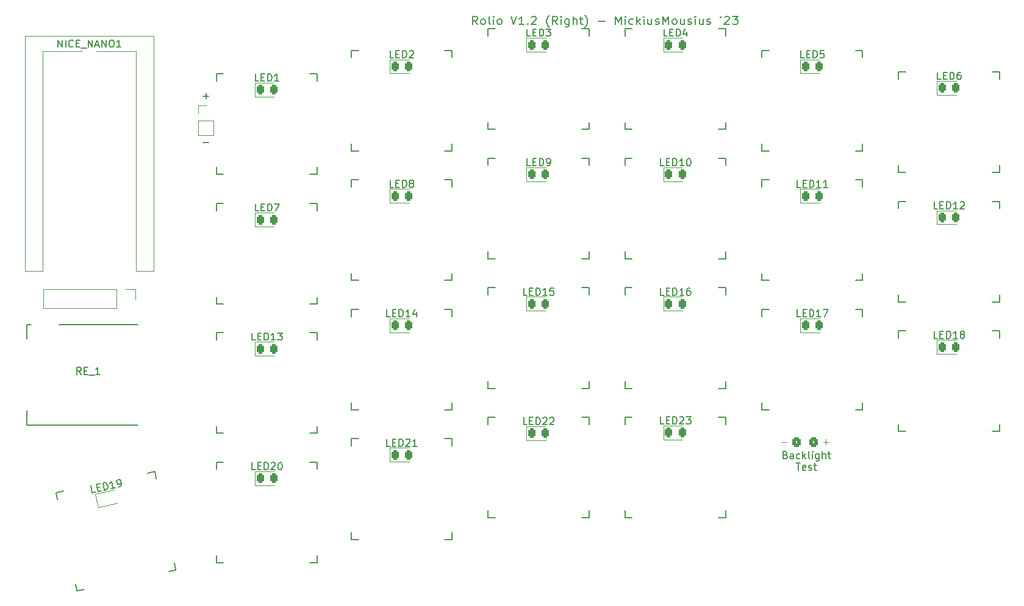
<source format=gbr>
%TF.GenerationSoftware,KiCad,Pcbnew,7.0.5-0*%
%TF.CreationDate,2023-10-17T19:27:59+10:30*%
%TF.ProjectId,Rolio,526f6c69-6f2e-46b6-9963-61645f706362,rev?*%
%TF.SameCoordinates,Original*%
%TF.FileFunction,Legend,Top*%
%TF.FilePolarity,Positive*%
%FSLAX46Y46*%
G04 Gerber Fmt 4.6, Leading zero omitted, Abs format (unit mm)*
G04 Created by KiCad (PCBNEW 7.0.5-0) date 2023-10-17 19:27:59*
%MOMM*%
%LPD*%
G01*
G04 APERTURE LIST*
G04 Aperture macros list*
%AMRoundRect*
0 Rectangle with rounded corners*
0 $1 Rounding radius*
0 $2 $3 $4 $5 $6 $7 $8 $9 X,Y pos of 4 corners*
0 Add a 4 corners polygon primitive as box body*
4,1,4,$2,$3,$4,$5,$6,$7,$8,$9,$2,$3,0*
0 Add four circle primitives for the rounded corners*
1,1,$1+$1,$2,$3*
1,1,$1+$1,$4,$5*
1,1,$1+$1,$6,$7*
1,1,$1+$1,$8,$9*
0 Add four rect primitives between the rounded corners*
20,1,$1+$1,$2,$3,$4,$5,0*
20,1,$1+$1,$4,$5,$6,$7,0*
20,1,$1+$1,$6,$7,$8,$9,0*
20,1,$1+$1,$8,$9,$2,$3,0*%
G04 Aperture macros list end*
%ADD10C,0.150000*%
%ADD11C,0.187500*%
%ADD12C,0.100000*%
%ADD13C,0.120000*%
%ADD14C,0.200000*%
%ADD15C,1.701800*%
%ADD16C,3.000000*%
%ADD17C,3.429000*%
%ADD18C,0.990600*%
%ADD19RoundRect,0.243750X-0.243750X-0.456250X0.243750X-0.456250X0.243750X0.456250X-0.243750X0.456250X0*%
%ADD20R,1.700000X1.700000*%
%ADD21O,1.700000X1.700000*%
%ADD22C,1.500000*%
%ADD23C,1.600000*%
%ADD24C,4.300000*%
%ADD25R,1.600000X1.600000*%
%ADD26O,1.600000X1.600000*%
%ADD27R,1.350000X1.350000*%
%ADD28O,1.350000X1.350000*%
%ADD29RoundRect,0.250000X-0.325000X-0.450000X0.325000X-0.450000X0.325000X0.450000X-0.325000X0.450000X0*%
%ADD30RoundRect,0.243750X-0.143564X-0.496958X0.333283X-0.395601X0.143564X0.496958X-0.333283X0.395601X0*%
%ADD31C,0.900000*%
G04 APERTURE END LIST*
D10*
X98459737Y-95780009D02*
X98602594Y-95827628D01*
X98602594Y-95827628D02*
X98650213Y-95875247D01*
X98650213Y-95875247D02*
X98697832Y-95970485D01*
X98697832Y-95970485D02*
X98697832Y-96113342D01*
X98697832Y-96113342D02*
X98650213Y-96208580D01*
X98650213Y-96208580D02*
X98602594Y-96256200D01*
X98602594Y-96256200D02*
X98507356Y-96303819D01*
X98507356Y-96303819D02*
X98126404Y-96303819D01*
X98126404Y-96303819D02*
X98126404Y-95303819D01*
X98126404Y-95303819D02*
X98459737Y-95303819D01*
X98459737Y-95303819D02*
X98554975Y-95351438D01*
X98554975Y-95351438D02*
X98602594Y-95399057D01*
X98602594Y-95399057D02*
X98650213Y-95494295D01*
X98650213Y-95494295D02*
X98650213Y-95589533D01*
X98650213Y-95589533D02*
X98602594Y-95684771D01*
X98602594Y-95684771D02*
X98554975Y-95732390D01*
X98554975Y-95732390D02*
X98459737Y-95780009D01*
X98459737Y-95780009D02*
X98126404Y-95780009D01*
X99554975Y-96303819D02*
X99554975Y-95780009D01*
X99554975Y-95780009D02*
X99507356Y-95684771D01*
X99507356Y-95684771D02*
X99412118Y-95637152D01*
X99412118Y-95637152D02*
X99221642Y-95637152D01*
X99221642Y-95637152D02*
X99126404Y-95684771D01*
X99554975Y-96256200D02*
X99459737Y-96303819D01*
X99459737Y-96303819D02*
X99221642Y-96303819D01*
X99221642Y-96303819D02*
X99126404Y-96256200D01*
X99126404Y-96256200D02*
X99078785Y-96160961D01*
X99078785Y-96160961D02*
X99078785Y-96065723D01*
X99078785Y-96065723D02*
X99126404Y-95970485D01*
X99126404Y-95970485D02*
X99221642Y-95922866D01*
X99221642Y-95922866D02*
X99459737Y-95922866D01*
X99459737Y-95922866D02*
X99554975Y-95875247D01*
X100459737Y-96256200D02*
X100364499Y-96303819D01*
X100364499Y-96303819D02*
X100174023Y-96303819D01*
X100174023Y-96303819D02*
X100078785Y-96256200D01*
X100078785Y-96256200D02*
X100031166Y-96208580D01*
X100031166Y-96208580D02*
X99983547Y-96113342D01*
X99983547Y-96113342D02*
X99983547Y-95827628D01*
X99983547Y-95827628D02*
X100031166Y-95732390D01*
X100031166Y-95732390D02*
X100078785Y-95684771D01*
X100078785Y-95684771D02*
X100174023Y-95637152D01*
X100174023Y-95637152D02*
X100364499Y-95637152D01*
X100364499Y-95637152D02*
X100459737Y-95684771D01*
X100888309Y-96303819D02*
X100888309Y-95303819D01*
X100983547Y-95922866D02*
X101269261Y-96303819D01*
X101269261Y-95637152D02*
X100888309Y-96018104D01*
X101840690Y-96303819D02*
X101745452Y-96256200D01*
X101745452Y-96256200D02*
X101697833Y-96160961D01*
X101697833Y-96160961D02*
X101697833Y-95303819D01*
X102221643Y-96303819D02*
X102221643Y-95637152D01*
X102221643Y-95303819D02*
X102174024Y-95351438D01*
X102174024Y-95351438D02*
X102221643Y-95399057D01*
X102221643Y-95399057D02*
X102269262Y-95351438D01*
X102269262Y-95351438D02*
X102221643Y-95303819D01*
X102221643Y-95303819D02*
X102221643Y-95399057D01*
X103126404Y-95637152D02*
X103126404Y-96446676D01*
X103126404Y-96446676D02*
X103078785Y-96541914D01*
X103078785Y-96541914D02*
X103031166Y-96589533D01*
X103031166Y-96589533D02*
X102935928Y-96637152D01*
X102935928Y-96637152D02*
X102793071Y-96637152D01*
X102793071Y-96637152D02*
X102697833Y-96589533D01*
X103126404Y-96256200D02*
X103031166Y-96303819D01*
X103031166Y-96303819D02*
X102840690Y-96303819D01*
X102840690Y-96303819D02*
X102745452Y-96256200D01*
X102745452Y-96256200D02*
X102697833Y-96208580D01*
X102697833Y-96208580D02*
X102650214Y-96113342D01*
X102650214Y-96113342D02*
X102650214Y-95827628D01*
X102650214Y-95827628D02*
X102697833Y-95732390D01*
X102697833Y-95732390D02*
X102745452Y-95684771D01*
X102745452Y-95684771D02*
X102840690Y-95637152D01*
X102840690Y-95637152D02*
X103031166Y-95637152D01*
X103031166Y-95637152D02*
X103126404Y-95684771D01*
X103602595Y-96303819D02*
X103602595Y-95303819D01*
X104031166Y-96303819D02*
X104031166Y-95780009D01*
X104031166Y-95780009D02*
X103983547Y-95684771D01*
X103983547Y-95684771D02*
X103888309Y-95637152D01*
X103888309Y-95637152D02*
X103745452Y-95637152D01*
X103745452Y-95637152D02*
X103650214Y-95684771D01*
X103650214Y-95684771D02*
X103602595Y-95732390D01*
X104364500Y-95637152D02*
X104745452Y-95637152D01*
X104507357Y-95303819D02*
X104507357Y-96160961D01*
X104507357Y-96160961D02*
X104554976Y-96256200D01*
X104554976Y-96256200D02*
X104650214Y-96303819D01*
X104650214Y-96303819D02*
X104745452Y-96303819D01*
X99959738Y-96913819D02*
X100531166Y-96913819D01*
X100245452Y-97913819D02*
X100245452Y-96913819D01*
X101245452Y-97866200D02*
X101150214Y-97913819D01*
X101150214Y-97913819D02*
X100959738Y-97913819D01*
X100959738Y-97913819D02*
X100864500Y-97866200D01*
X100864500Y-97866200D02*
X100816881Y-97770961D01*
X100816881Y-97770961D02*
X100816881Y-97390009D01*
X100816881Y-97390009D02*
X100864500Y-97294771D01*
X100864500Y-97294771D02*
X100959738Y-97247152D01*
X100959738Y-97247152D02*
X101150214Y-97247152D01*
X101150214Y-97247152D02*
X101245452Y-97294771D01*
X101245452Y-97294771D02*
X101293071Y-97390009D01*
X101293071Y-97390009D02*
X101293071Y-97485247D01*
X101293071Y-97485247D02*
X100816881Y-97580485D01*
X101674024Y-97866200D02*
X101769262Y-97913819D01*
X101769262Y-97913819D02*
X101959738Y-97913819D01*
X101959738Y-97913819D02*
X102054976Y-97866200D01*
X102054976Y-97866200D02*
X102102595Y-97770961D01*
X102102595Y-97770961D02*
X102102595Y-97723342D01*
X102102595Y-97723342D02*
X102054976Y-97628104D01*
X102054976Y-97628104D02*
X101959738Y-97580485D01*
X101959738Y-97580485D02*
X101816881Y-97580485D01*
X101816881Y-97580485D02*
X101721643Y-97532866D01*
X101721643Y-97532866D02*
X101674024Y-97437628D01*
X101674024Y-97437628D02*
X101674024Y-97390009D01*
X101674024Y-97390009D02*
X101721643Y-97294771D01*
X101721643Y-97294771D02*
X101816881Y-97247152D01*
X101816881Y-97247152D02*
X101959738Y-97247152D01*
X101959738Y-97247152D02*
X102054976Y-97294771D01*
X102388310Y-97247152D02*
X102769262Y-97247152D01*
X102531167Y-96913819D02*
X102531167Y-97770961D01*
X102531167Y-97770961D02*
X102578786Y-97866200D01*
X102578786Y-97866200D02*
X102674024Y-97913819D01*
X102674024Y-97913819D02*
X102769262Y-97913819D01*
X17627279Y-45880866D02*
X18389184Y-45880866D01*
X18008231Y-46261819D02*
X18008231Y-45499914D01*
X17627279Y-52320866D02*
X18389184Y-52320866D01*
D11*
X55723283Y-35923630D02*
X55323283Y-35399821D01*
X55037569Y-35923630D02*
X55037569Y-34823630D01*
X55037569Y-34823630D02*
X55494712Y-34823630D01*
X55494712Y-34823630D02*
X55608997Y-34876011D01*
X55608997Y-34876011D02*
X55666140Y-34928392D01*
X55666140Y-34928392D02*
X55723283Y-35033154D01*
X55723283Y-35033154D02*
X55723283Y-35190297D01*
X55723283Y-35190297D02*
X55666140Y-35295059D01*
X55666140Y-35295059D02*
X55608997Y-35347440D01*
X55608997Y-35347440D02*
X55494712Y-35399821D01*
X55494712Y-35399821D02*
X55037569Y-35399821D01*
X56408997Y-35923630D02*
X56294712Y-35871250D01*
X56294712Y-35871250D02*
X56237569Y-35818869D01*
X56237569Y-35818869D02*
X56180426Y-35714107D01*
X56180426Y-35714107D02*
X56180426Y-35399821D01*
X56180426Y-35399821D02*
X56237569Y-35295059D01*
X56237569Y-35295059D02*
X56294712Y-35242678D01*
X56294712Y-35242678D02*
X56408997Y-35190297D01*
X56408997Y-35190297D02*
X56580426Y-35190297D01*
X56580426Y-35190297D02*
X56694712Y-35242678D01*
X56694712Y-35242678D02*
X56751855Y-35295059D01*
X56751855Y-35295059D02*
X56808997Y-35399821D01*
X56808997Y-35399821D02*
X56808997Y-35714107D01*
X56808997Y-35714107D02*
X56751855Y-35818869D01*
X56751855Y-35818869D02*
X56694712Y-35871250D01*
X56694712Y-35871250D02*
X56580426Y-35923630D01*
X56580426Y-35923630D02*
X56408997Y-35923630D01*
X57494711Y-35923630D02*
X57380426Y-35871250D01*
X57380426Y-35871250D02*
X57323283Y-35766488D01*
X57323283Y-35766488D02*
X57323283Y-34823630D01*
X57951854Y-35923630D02*
X57951854Y-35190297D01*
X57951854Y-34823630D02*
X57894711Y-34876011D01*
X57894711Y-34876011D02*
X57951854Y-34928392D01*
X57951854Y-34928392D02*
X58008997Y-34876011D01*
X58008997Y-34876011D02*
X57951854Y-34823630D01*
X57951854Y-34823630D02*
X57951854Y-34928392D01*
X58694711Y-35923630D02*
X58580426Y-35871250D01*
X58580426Y-35871250D02*
X58523283Y-35818869D01*
X58523283Y-35818869D02*
X58466140Y-35714107D01*
X58466140Y-35714107D02*
X58466140Y-35399821D01*
X58466140Y-35399821D02*
X58523283Y-35295059D01*
X58523283Y-35295059D02*
X58580426Y-35242678D01*
X58580426Y-35242678D02*
X58694711Y-35190297D01*
X58694711Y-35190297D02*
X58866140Y-35190297D01*
X58866140Y-35190297D02*
X58980426Y-35242678D01*
X58980426Y-35242678D02*
X59037569Y-35295059D01*
X59037569Y-35295059D02*
X59094711Y-35399821D01*
X59094711Y-35399821D02*
X59094711Y-35714107D01*
X59094711Y-35714107D02*
X59037569Y-35818869D01*
X59037569Y-35818869D02*
X58980426Y-35871250D01*
X58980426Y-35871250D02*
X58866140Y-35923630D01*
X58866140Y-35923630D02*
X58694711Y-35923630D01*
X60351854Y-34823630D02*
X60751854Y-35923630D01*
X60751854Y-35923630D02*
X61151854Y-34823630D01*
X62180425Y-35923630D02*
X61494711Y-35923630D01*
X61837568Y-35923630D02*
X61837568Y-34823630D01*
X61837568Y-34823630D02*
X61723282Y-34980773D01*
X61723282Y-34980773D02*
X61608997Y-35085535D01*
X61608997Y-35085535D02*
X61494711Y-35137916D01*
X62694711Y-35818869D02*
X62751854Y-35871250D01*
X62751854Y-35871250D02*
X62694711Y-35923630D01*
X62694711Y-35923630D02*
X62637568Y-35871250D01*
X62637568Y-35871250D02*
X62694711Y-35818869D01*
X62694711Y-35818869D02*
X62694711Y-35923630D01*
X63208997Y-34928392D02*
X63266140Y-34876011D01*
X63266140Y-34876011D02*
X63380426Y-34823630D01*
X63380426Y-34823630D02*
X63666140Y-34823630D01*
X63666140Y-34823630D02*
X63780426Y-34876011D01*
X63780426Y-34876011D02*
X63837568Y-34928392D01*
X63837568Y-34928392D02*
X63894711Y-35033154D01*
X63894711Y-35033154D02*
X63894711Y-35137916D01*
X63894711Y-35137916D02*
X63837568Y-35295059D01*
X63837568Y-35295059D02*
X63151854Y-35923630D01*
X63151854Y-35923630D02*
X63894711Y-35923630D01*
X65666140Y-36342678D02*
X65608997Y-36290297D01*
X65608997Y-36290297D02*
X65494711Y-36133154D01*
X65494711Y-36133154D02*
X65437569Y-36028392D01*
X65437569Y-36028392D02*
X65380426Y-35871250D01*
X65380426Y-35871250D02*
X65323283Y-35609345D01*
X65323283Y-35609345D02*
X65323283Y-35399821D01*
X65323283Y-35399821D02*
X65380426Y-35137916D01*
X65380426Y-35137916D02*
X65437569Y-34980773D01*
X65437569Y-34980773D02*
X65494711Y-34876011D01*
X65494711Y-34876011D02*
X65608997Y-34718869D01*
X65608997Y-34718869D02*
X65666140Y-34666488D01*
X66808997Y-35923630D02*
X66408997Y-35399821D01*
X66123283Y-35923630D02*
X66123283Y-34823630D01*
X66123283Y-34823630D02*
X66580426Y-34823630D01*
X66580426Y-34823630D02*
X66694711Y-34876011D01*
X66694711Y-34876011D02*
X66751854Y-34928392D01*
X66751854Y-34928392D02*
X66808997Y-35033154D01*
X66808997Y-35033154D02*
X66808997Y-35190297D01*
X66808997Y-35190297D02*
X66751854Y-35295059D01*
X66751854Y-35295059D02*
X66694711Y-35347440D01*
X66694711Y-35347440D02*
X66580426Y-35399821D01*
X66580426Y-35399821D02*
X66123283Y-35399821D01*
X67323283Y-35923630D02*
X67323283Y-35190297D01*
X67323283Y-34823630D02*
X67266140Y-34876011D01*
X67266140Y-34876011D02*
X67323283Y-34928392D01*
X67323283Y-34928392D02*
X67380426Y-34876011D01*
X67380426Y-34876011D02*
X67323283Y-34823630D01*
X67323283Y-34823630D02*
X67323283Y-34928392D01*
X68408998Y-35190297D02*
X68408998Y-36080773D01*
X68408998Y-36080773D02*
X68351855Y-36185535D01*
X68351855Y-36185535D02*
X68294712Y-36237916D01*
X68294712Y-36237916D02*
X68180426Y-36290297D01*
X68180426Y-36290297D02*
X68008998Y-36290297D01*
X68008998Y-36290297D02*
X67894712Y-36237916D01*
X68408998Y-35871250D02*
X68294712Y-35923630D01*
X68294712Y-35923630D02*
X68066140Y-35923630D01*
X68066140Y-35923630D02*
X67951855Y-35871250D01*
X67951855Y-35871250D02*
X67894712Y-35818869D01*
X67894712Y-35818869D02*
X67837569Y-35714107D01*
X67837569Y-35714107D02*
X67837569Y-35399821D01*
X67837569Y-35399821D02*
X67894712Y-35295059D01*
X67894712Y-35295059D02*
X67951855Y-35242678D01*
X67951855Y-35242678D02*
X68066140Y-35190297D01*
X68066140Y-35190297D02*
X68294712Y-35190297D01*
X68294712Y-35190297D02*
X68408998Y-35242678D01*
X68980426Y-35923630D02*
X68980426Y-34823630D01*
X69494712Y-35923630D02*
X69494712Y-35347440D01*
X69494712Y-35347440D02*
X69437569Y-35242678D01*
X69437569Y-35242678D02*
X69323283Y-35190297D01*
X69323283Y-35190297D02*
X69151854Y-35190297D01*
X69151854Y-35190297D02*
X69037569Y-35242678D01*
X69037569Y-35242678D02*
X68980426Y-35295059D01*
X69894711Y-35190297D02*
X70351854Y-35190297D01*
X70066140Y-34823630D02*
X70066140Y-35766488D01*
X70066140Y-35766488D02*
X70123283Y-35871250D01*
X70123283Y-35871250D02*
X70237568Y-35923630D01*
X70237568Y-35923630D02*
X70351854Y-35923630D01*
X70637568Y-36342678D02*
X70694711Y-36290297D01*
X70694711Y-36290297D02*
X70808997Y-36133154D01*
X70808997Y-36133154D02*
X70866140Y-36028392D01*
X70866140Y-36028392D02*
X70923282Y-35871250D01*
X70923282Y-35871250D02*
X70980425Y-35609345D01*
X70980425Y-35609345D02*
X70980425Y-35399821D01*
X70980425Y-35399821D02*
X70923282Y-35137916D01*
X70923282Y-35137916D02*
X70866140Y-34980773D01*
X70866140Y-34980773D02*
X70808997Y-34876011D01*
X70808997Y-34876011D02*
X70694711Y-34718869D01*
X70694711Y-34718869D02*
X70637568Y-34666488D01*
X72466140Y-35504583D02*
X73380426Y-35504583D01*
X74866140Y-35923630D02*
X74866140Y-34823630D01*
X74866140Y-34823630D02*
X75266140Y-35609345D01*
X75266140Y-35609345D02*
X75666140Y-34823630D01*
X75666140Y-34823630D02*
X75666140Y-35923630D01*
X76237569Y-35923630D02*
X76237569Y-35190297D01*
X76237569Y-34823630D02*
X76180426Y-34876011D01*
X76180426Y-34876011D02*
X76237569Y-34928392D01*
X76237569Y-34928392D02*
X76294712Y-34876011D01*
X76294712Y-34876011D02*
X76237569Y-34823630D01*
X76237569Y-34823630D02*
X76237569Y-34928392D01*
X77323284Y-35871250D02*
X77208998Y-35923630D01*
X77208998Y-35923630D02*
X76980426Y-35923630D01*
X76980426Y-35923630D02*
X76866141Y-35871250D01*
X76866141Y-35871250D02*
X76808998Y-35818869D01*
X76808998Y-35818869D02*
X76751855Y-35714107D01*
X76751855Y-35714107D02*
X76751855Y-35399821D01*
X76751855Y-35399821D02*
X76808998Y-35295059D01*
X76808998Y-35295059D02*
X76866141Y-35242678D01*
X76866141Y-35242678D02*
X76980426Y-35190297D01*
X76980426Y-35190297D02*
X77208998Y-35190297D01*
X77208998Y-35190297D02*
X77323284Y-35242678D01*
X77837569Y-35923630D02*
X77837569Y-34823630D01*
X77951855Y-35504583D02*
X78294712Y-35923630D01*
X78294712Y-35190297D02*
X77837569Y-35609345D01*
X78808998Y-35923630D02*
X78808998Y-35190297D01*
X78808998Y-34823630D02*
X78751855Y-34876011D01*
X78751855Y-34876011D02*
X78808998Y-34928392D01*
X78808998Y-34928392D02*
X78866141Y-34876011D01*
X78866141Y-34876011D02*
X78808998Y-34823630D01*
X78808998Y-34823630D02*
X78808998Y-34928392D01*
X79894713Y-35190297D02*
X79894713Y-35923630D01*
X79380427Y-35190297D02*
X79380427Y-35766488D01*
X79380427Y-35766488D02*
X79437570Y-35871250D01*
X79437570Y-35871250D02*
X79551855Y-35923630D01*
X79551855Y-35923630D02*
X79723284Y-35923630D01*
X79723284Y-35923630D02*
X79837570Y-35871250D01*
X79837570Y-35871250D02*
X79894713Y-35818869D01*
X80408998Y-35871250D02*
X80523284Y-35923630D01*
X80523284Y-35923630D02*
X80751855Y-35923630D01*
X80751855Y-35923630D02*
X80866141Y-35871250D01*
X80866141Y-35871250D02*
X80923284Y-35766488D01*
X80923284Y-35766488D02*
X80923284Y-35714107D01*
X80923284Y-35714107D02*
X80866141Y-35609345D01*
X80866141Y-35609345D02*
X80751855Y-35556964D01*
X80751855Y-35556964D02*
X80580427Y-35556964D01*
X80580427Y-35556964D02*
X80466141Y-35504583D01*
X80466141Y-35504583D02*
X80408998Y-35399821D01*
X80408998Y-35399821D02*
X80408998Y-35347440D01*
X80408998Y-35347440D02*
X80466141Y-35242678D01*
X80466141Y-35242678D02*
X80580427Y-35190297D01*
X80580427Y-35190297D02*
X80751855Y-35190297D01*
X80751855Y-35190297D02*
X80866141Y-35242678D01*
X81437570Y-35923630D02*
X81437570Y-34823630D01*
X81437570Y-34823630D02*
X81837570Y-35609345D01*
X81837570Y-35609345D02*
X82237570Y-34823630D01*
X82237570Y-34823630D02*
X82237570Y-35923630D01*
X82980427Y-35923630D02*
X82866142Y-35871250D01*
X82866142Y-35871250D02*
X82808999Y-35818869D01*
X82808999Y-35818869D02*
X82751856Y-35714107D01*
X82751856Y-35714107D02*
X82751856Y-35399821D01*
X82751856Y-35399821D02*
X82808999Y-35295059D01*
X82808999Y-35295059D02*
X82866142Y-35242678D01*
X82866142Y-35242678D02*
X82980427Y-35190297D01*
X82980427Y-35190297D02*
X83151856Y-35190297D01*
X83151856Y-35190297D02*
X83266142Y-35242678D01*
X83266142Y-35242678D02*
X83323285Y-35295059D01*
X83323285Y-35295059D02*
X83380427Y-35399821D01*
X83380427Y-35399821D02*
X83380427Y-35714107D01*
X83380427Y-35714107D02*
X83323285Y-35818869D01*
X83323285Y-35818869D02*
X83266142Y-35871250D01*
X83266142Y-35871250D02*
X83151856Y-35923630D01*
X83151856Y-35923630D02*
X82980427Y-35923630D01*
X84408999Y-35190297D02*
X84408999Y-35923630D01*
X83894713Y-35190297D02*
X83894713Y-35766488D01*
X83894713Y-35766488D02*
X83951856Y-35871250D01*
X83951856Y-35871250D02*
X84066141Y-35923630D01*
X84066141Y-35923630D02*
X84237570Y-35923630D01*
X84237570Y-35923630D02*
X84351856Y-35871250D01*
X84351856Y-35871250D02*
X84408999Y-35818869D01*
X84923284Y-35871250D02*
X85037570Y-35923630D01*
X85037570Y-35923630D02*
X85266141Y-35923630D01*
X85266141Y-35923630D02*
X85380427Y-35871250D01*
X85380427Y-35871250D02*
X85437570Y-35766488D01*
X85437570Y-35766488D02*
X85437570Y-35714107D01*
X85437570Y-35714107D02*
X85380427Y-35609345D01*
X85380427Y-35609345D02*
X85266141Y-35556964D01*
X85266141Y-35556964D02*
X85094713Y-35556964D01*
X85094713Y-35556964D02*
X84980427Y-35504583D01*
X84980427Y-35504583D02*
X84923284Y-35399821D01*
X84923284Y-35399821D02*
X84923284Y-35347440D01*
X84923284Y-35347440D02*
X84980427Y-35242678D01*
X84980427Y-35242678D02*
X85094713Y-35190297D01*
X85094713Y-35190297D02*
X85266141Y-35190297D01*
X85266141Y-35190297D02*
X85380427Y-35242678D01*
X85951856Y-35923630D02*
X85951856Y-35190297D01*
X85951856Y-34823630D02*
X85894713Y-34876011D01*
X85894713Y-34876011D02*
X85951856Y-34928392D01*
X85951856Y-34928392D02*
X86008999Y-34876011D01*
X86008999Y-34876011D02*
X85951856Y-34823630D01*
X85951856Y-34823630D02*
X85951856Y-34928392D01*
X87037571Y-35190297D02*
X87037571Y-35923630D01*
X86523285Y-35190297D02*
X86523285Y-35766488D01*
X86523285Y-35766488D02*
X86580428Y-35871250D01*
X86580428Y-35871250D02*
X86694713Y-35923630D01*
X86694713Y-35923630D02*
X86866142Y-35923630D01*
X86866142Y-35923630D02*
X86980428Y-35871250D01*
X86980428Y-35871250D02*
X87037571Y-35818869D01*
X87551856Y-35871250D02*
X87666142Y-35923630D01*
X87666142Y-35923630D02*
X87894713Y-35923630D01*
X87894713Y-35923630D02*
X88008999Y-35871250D01*
X88008999Y-35871250D02*
X88066142Y-35766488D01*
X88066142Y-35766488D02*
X88066142Y-35714107D01*
X88066142Y-35714107D02*
X88008999Y-35609345D01*
X88008999Y-35609345D02*
X87894713Y-35556964D01*
X87894713Y-35556964D02*
X87723285Y-35556964D01*
X87723285Y-35556964D02*
X87608999Y-35504583D01*
X87608999Y-35504583D02*
X87551856Y-35399821D01*
X87551856Y-35399821D02*
X87551856Y-35347440D01*
X87551856Y-35347440D02*
X87608999Y-35242678D01*
X87608999Y-35242678D02*
X87723285Y-35190297D01*
X87723285Y-35190297D02*
X87894713Y-35190297D01*
X87894713Y-35190297D02*
X88008999Y-35242678D01*
X89551857Y-34823630D02*
X89437571Y-35033154D01*
X90009000Y-34928392D02*
X90066143Y-34876011D01*
X90066143Y-34876011D02*
X90180429Y-34823630D01*
X90180429Y-34823630D02*
X90466143Y-34823630D01*
X90466143Y-34823630D02*
X90580429Y-34876011D01*
X90580429Y-34876011D02*
X90637571Y-34928392D01*
X90637571Y-34928392D02*
X90694714Y-35033154D01*
X90694714Y-35033154D02*
X90694714Y-35137916D01*
X90694714Y-35137916D02*
X90637571Y-35295059D01*
X90637571Y-35295059D02*
X89951857Y-35923630D01*
X89951857Y-35923630D02*
X90694714Y-35923630D01*
X91094714Y-34823630D02*
X91837571Y-34823630D01*
X91837571Y-34823630D02*
X91437571Y-35242678D01*
X91437571Y-35242678D02*
X91609000Y-35242678D01*
X91609000Y-35242678D02*
X91723286Y-35295059D01*
X91723286Y-35295059D02*
X91780428Y-35347440D01*
X91780428Y-35347440D02*
X91837571Y-35452202D01*
X91837571Y-35452202D02*
X91837571Y-35714107D01*
X91837571Y-35714107D02*
X91780428Y-35818869D01*
X91780428Y-35818869D02*
X91723286Y-35871250D01*
X91723286Y-35871250D02*
X91609000Y-35923630D01*
X91609000Y-35923630D02*
X91266143Y-35923630D01*
X91266143Y-35923630D02*
X91151857Y-35871250D01*
X91151857Y-35871250D02*
X91094714Y-35818869D01*
D10*
%TO.C,LED3*%
X63081452Y-37579819D02*
X62605262Y-37579819D01*
X62605262Y-37579819D02*
X62605262Y-36579819D01*
X63414786Y-37056009D02*
X63748119Y-37056009D01*
X63890976Y-37579819D02*
X63414786Y-37579819D01*
X63414786Y-37579819D02*
X63414786Y-36579819D01*
X63414786Y-36579819D02*
X63890976Y-36579819D01*
X64319548Y-37579819D02*
X64319548Y-36579819D01*
X64319548Y-36579819D02*
X64557643Y-36579819D01*
X64557643Y-36579819D02*
X64700500Y-36627438D01*
X64700500Y-36627438D02*
X64795738Y-36722676D01*
X64795738Y-36722676D02*
X64843357Y-36817914D01*
X64843357Y-36817914D02*
X64890976Y-37008390D01*
X64890976Y-37008390D02*
X64890976Y-37151247D01*
X64890976Y-37151247D02*
X64843357Y-37341723D01*
X64843357Y-37341723D02*
X64795738Y-37436961D01*
X64795738Y-37436961D02*
X64700500Y-37532200D01*
X64700500Y-37532200D02*
X64557643Y-37579819D01*
X64557643Y-37579819D02*
X64319548Y-37579819D01*
X65224310Y-36579819D02*
X65843357Y-36579819D01*
X65843357Y-36579819D02*
X65510024Y-36960771D01*
X65510024Y-36960771D02*
X65652881Y-36960771D01*
X65652881Y-36960771D02*
X65748119Y-37008390D01*
X65748119Y-37008390D02*
X65795738Y-37056009D01*
X65795738Y-37056009D02*
X65843357Y-37151247D01*
X65843357Y-37151247D02*
X65843357Y-37389342D01*
X65843357Y-37389342D02*
X65795738Y-37484580D01*
X65795738Y-37484580D02*
X65748119Y-37532200D01*
X65748119Y-37532200D02*
X65652881Y-37579819D01*
X65652881Y-37579819D02*
X65367167Y-37579819D01*
X65367167Y-37579819D02*
X65271929Y-37532200D01*
X65271929Y-37532200D02*
X65224310Y-37484580D01*
%TO.C,LED15*%
X62605261Y-73579819D02*
X62129071Y-73579819D01*
X62129071Y-73579819D02*
X62129071Y-72579819D01*
X62938595Y-73056009D02*
X63271928Y-73056009D01*
X63414785Y-73579819D02*
X62938595Y-73579819D01*
X62938595Y-73579819D02*
X62938595Y-72579819D01*
X62938595Y-72579819D02*
X63414785Y-72579819D01*
X63843357Y-73579819D02*
X63843357Y-72579819D01*
X63843357Y-72579819D02*
X64081452Y-72579819D01*
X64081452Y-72579819D02*
X64224309Y-72627438D01*
X64224309Y-72627438D02*
X64319547Y-72722676D01*
X64319547Y-72722676D02*
X64367166Y-72817914D01*
X64367166Y-72817914D02*
X64414785Y-73008390D01*
X64414785Y-73008390D02*
X64414785Y-73151247D01*
X64414785Y-73151247D02*
X64367166Y-73341723D01*
X64367166Y-73341723D02*
X64319547Y-73436961D01*
X64319547Y-73436961D02*
X64224309Y-73532200D01*
X64224309Y-73532200D02*
X64081452Y-73579819D01*
X64081452Y-73579819D02*
X63843357Y-73579819D01*
X65367166Y-73579819D02*
X64795738Y-73579819D01*
X65081452Y-73579819D02*
X65081452Y-72579819D01*
X65081452Y-72579819D02*
X64986214Y-72722676D01*
X64986214Y-72722676D02*
X64890976Y-72817914D01*
X64890976Y-72817914D02*
X64795738Y-72865533D01*
X66271928Y-72579819D02*
X65795738Y-72579819D01*
X65795738Y-72579819D02*
X65748119Y-73056009D01*
X65748119Y-73056009D02*
X65795738Y-73008390D01*
X65795738Y-73008390D02*
X65890976Y-72960771D01*
X65890976Y-72960771D02*
X66129071Y-72960771D01*
X66129071Y-72960771D02*
X66224309Y-73008390D01*
X66224309Y-73008390D02*
X66271928Y-73056009D01*
X66271928Y-73056009D02*
X66319547Y-73151247D01*
X66319547Y-73151247D02*
X66319547Y-73389342D01*
X66319547Y-73389342D02*
X66271928Y-73484580D01*
X66271928Y-73484580D02*
X66224309Y-73532200D01*
X66224309Y-73532200D02*
X66129071Y-73579819D01*
X66129071Y-73579819D02*
X65890976Y-73579819D01*
X65890976Y-73579819D02*
X65795738Y-73532200D01*
X65795738Y-73532200D02*
X65748119Y-73484580D01*
%TO.C,LED4*%
X82081452Y-37579819D02*
X81605262Y-37579819D01*
X81605262Y-37579819D02*
X81605262Y-36579819D01*
X82414786Y-37056009D02*
X82748119Y-37056009D01*
X82890976Y-37579819D02*
X82414786Y-37579819D01*
X82414786Y-37579819D02*
X82414786Y-36579819D01*
X82414786Y-36579819D02*
X82890976Y-36579819D01*
X83319548Y-37579819D02*
X83319548Y-36579819D01*
X83319548Y-36579819D02*
X83557643Y-36579819D01*
X83557643Y-36579819D02*
X83700500Y-36627438D01*
X83700500Y-36627438D02*
X83795738Y-36722676D01*
X83795738Y-36722676D02*
X83843357Y-36817914D01*
X83843357Y-36817914D02*
X83890976Y-37008390D01*
X83890976Y-37008390D02*
X83890976Y-37151247D01*
X83890976Y-37151247D02*
X83843357Y-37341723D01*
X83843357Y-37341723D02*
X83795738Y-37436961D01*
X83795738Y-37436961D02*
X83700500Y-37532200D01*
X83700500Y-37532200D02*
X83557643Y-37579819D01*
X83557643Y-37579819D02*
X83319548Y-37579819D01*
X84748119Y-36913152D02*
X84748119Y-37579819D01*
X84510024Y-36532200D02*
X84271929Y-37246485D01*
X84271929Y-37246485D02*
X84890976Y-37246485D01*
%TO.C,LED1*%
X25361452Y-43829819D02*
X24885262Y-43829819D01*
X24885262Y-43829819D02*
X24885262Y-42829819D01*
X25694786Y-43306009D02*
X26028119Y-43306009D01*
X26170976Y-43829819D02*
X25694786Y-43829819D01*
X25694786Y-43829819D02*
X25694786Y-42829819D01*
X25694786Y-42829819D02*
X26170976Y-42829819D01*
X26599548Y-43829819D02*
X26599548Y-42829819D01*
X26599548Y-42829819D02*
X26837643Y-42829819D01*
X26837643Y-42829819D02*
X26980500Y-42877438D01*
X26980500Y-42877438D02*
X27075738Y-42972676D01*
X27075738Y-42972676D02*
X27123357Y-43067914D01*
X27123357Y-43067914D02*
X27170976Y-43258390D01*
X27170976Y-43258390D02*
X27170976Y-43401247D01*
X27170976Y-43401247D02*
X27123357Y-43591723D01*
X27123357Y-43591723D02*
X27075738Y-43686961D01*
X27075738Y-43686961D02*
X26980500Y-43782200D01*
X26980500Y-43782200D02*
X26837643Y-43829819D01*
X26837643Y-43829819D02*
X26599548Y-43829819D01*
X28123357Y-43829819D02*
X27551929Y-43829819D01*
X27837643Y-43829819D02*
X27837643Y-42829819D01*
X27837643Y-42829819D02*
X27742405Y-42972676D01*
X27742405Y-42972676D02*
X27647167Y-43067914D01*
X27647167Y-43067914D02*
X27551929Y-43115533D01*
%TO.C,RE_1*%
X682999Y-84594819D02*
X349666Y-84118628D01*
X111571Y-84594819D02*
X111571Y-83594819D01*
X111571Y-83594819D02*
X492523Y-83594819D01*
X492523Y-83594819D02*
X587761Y-83642438D01*
X587761Y-83642438D02*
X635380Y-83690057D01*
X635380Y-83690057D02*
X682999Y-83785295D01*
X682999Y-83785295D02*
X682999Y-83928152D01*
X682999Y-83928152D02*
X635380Y-84023390D01*
X635380Y-84023390D02*
X587761Y-84071009D01*
X587761Y-84071009D02*
X492523Y-84118628D01*
X492523Y-84118628D02*
X111571Y-84118628D01*
X1111571Y-84071009D02*
X1444904Y-84071009D01*
X1587761Y-84594819D02*
X1111571Y-84594819D01*
X1111571Y-84594819D02*
X1111571Y-83594819D01*
X1111571Y-83594819D02*
X1587761Y-83594819D01*
X1778238Y-84690057D02*
X2540142Y-84690057D01*
X3302047Y-84594819D02*
X2730619Y-84594819D01*
X3016333Y-84594819D02*
X3016333Y-83594819D01*
X3016333Y-83594819D02*
X2921095Y-83737676D01*
X2921095Y-83737676D02*
X2825857Y-83832914D01*
X2825857Y-83832914D02*
X2730619Y-83880533D01*
%TO.C,LED13*%
X24885261Y-79829819D02*
X24409071Y-79829819D01*
X24409071Y-79829819D02*
X24409071Y-78829819D01*
X25218595Y-79306009D02*
X25551928Y-79306009D01*
X25694785Y-79829819D02*
X25218595Y-79829819D01*
X25218595Y-79829819D02*
X25218595Y-78829819D01*
X25218595Y-78829819D02*
X25694785Y-78829819D01*
X26123357Y-79829819D02*
X26123357Y-78829819D01*
X26123357Y-78829819D02*
X26361452Y-78829819D01*
X26361452Y-78829819D02*
X26504309Y-78877438D01*
X26504309Y-78877438D02*
X26599547Y-78972676D01*
X26599547Y-78972676D02*
X26647166Y-79067914D01*
X26647166Y-79067914D02*
X26694785Y-79258390D01*
X26694785Y-79258390D02*
X26694785Y-79401247D01*
X26694785Y-79401247D02*
X26647166Y-79591723D01*
X26647166Y-79591723D02*
X26599547Y-79686961D01*
X26599547Y-79686961D02*
X26504309Y-79782200D01*
X26504309Y-79782200D02*
X26361452Y-79829819D01*
X26361452Y-79829819D02*
X26123357Y-79829819D01*
X27647166Y-79829819D02*
X27075738Y-79829819D01*
X27361452Y-79829819D02*
X27361452Y-78829819D01*
X27361452Y-78829819D02*
X27266214Y-78972676D01*
X27266214Y-78972676D02*
X27170976Y-79067914D01*
X27170976Y-79067914D02*
X27075738Y-79115533D01*
X27980500Y-78829819D02*
X28599547Y-78829819D01*
X28599547Y-78829819D02*
X28266214Y-79210771D01*
X28266214Y-79210771D02*
X28409071Y-79210771D01*
X28409071Y-79210771D02*
X28504309Y-79258390D01*
X28504309Y-79258390D02*
X28551928Y-79306009D01*
X28551928Y-79306009D02*
X28599547Y-79401247D01*
X28599547Y-79401247D02*
X28599547Y-79639342D01*
X28599547Y-79639342D02*
X28551928Y-79734580D01*
X28551928Y-79734580D02*
X28504309Y-79782200D01*
X28504309Y-79782200D02*
X28409071Y-79829819D01*
X28409071Y-79829819D02*
X28123357Y-79829819D01*
X28123357Y-79829819D02*
X28028119Y-79782200D01*
X28028119Y-79782200D02*
X27980500Y-79734580D01*
%TO.C,LED23*%
X81605261Y-91479819D02*
X81129071Y-91479819D01*
X81129071Y-91479819D02*
X81129071Y-90479819D01*
X81938595Y-90956009D02*
X82271928Y-90956009D01*
X82414785Y-91479819D02*
X81938595Y-91479819D01*
X81938595Y-91479819D02*
X81938595Y-90479819D01*
X81938595Y-90479819D02*
X82414785Y-90479819D01*
X82843357Y-91479819D02*
X82843357Y-90479819D01*
X82843357Y-90479819D02*
X83081452Y-90479819D01*
X83081452Y-90479819D02*
X83224309Y-90527438D01*
X83224309Y-90527438D02*
X83319547Y-90622676D01*
X83319547Y-90622676D02*
X83367166Y-90717914D01*
X83367166Y-90717914D02*
X83414785Y-90908390D01*
X83414785Y-90908390D02*
X83414785Y-91051247D01*
X83414785Y-91051247D02*
X83367166Y-91241723D01*
X83367166Y-91241723D02*
X83319547Y-91336961D01*
X83319547Y-91336961D02*
X83224309Y-91432200D01*
X83224309Y-91432200D02*
X83081452Y-91479819D01*
X83081452Y-91479819D02*
X82843357Y-91479819D01*
X83795738Y-90575057D02*
X83843357Y-90527438D01*
X83843357Y-90527438D02*
X83938595Y-90479819D01*
X83938595Y-90479819D02*
X84176690Y-90479819D01*
X84176690Y-90479819D02*
X84271928Y-90527438D01*
X84271928Y-90527438D02*
X84319547Y-90575057D01*
X84319547Y-90575057D02*
X84367166Y-90670295D01*
X84367166Y-90670295D02*
X84367166Y-90765533D01*
X84367166Y-90765533D02*
X84319547Y-90908390D01*
X84319547Y-90908390D02*
X83748119Y-91479819D01*
X83748119Y-91479819D02*
X84367166Y-91479819D01*
X84700500Y-90479819D02*
X85319547Y-90479819D01*
X85319547Y-90479819D02*
X84986214Y-90860771D01*
X84986214Y-90860771D02*
X85129071Y-90860771D01*
X85129071Y-90860771D02*
X85224309Y-90908390D01*
X85224309Y-90908390D02*
X85271928Y-90956009D01*
X85271928Y-90956009D02*
X85319547Y-91051247D01*
X85319547Y-91051247D02*
X85319547Y-91289342D01*
X85319547Y-91289342D02*
X85271928Y-91384580D01*
X85271928Y-91384580D02*
X85224309Y-91432200D01*
X85224309Y-91432200D02*
X85129071Y-91479819D01*
X85129071Y-91479819D02*
X84843357Y-91479819D01*
X84843357Y-91479819D02*
X84748119Y-91432200D01*
X84748119Y-91432200D02*
X84700500Y-91384580D01*
%TO.C,LED10*%
X81605261Y-55579819D02*
X81129071Y-55579819D01*
X81129071Y-55579819D02*
X81129071Y-54579819D01*
X81938595Y-55056009D02*
X82271928Y-55056009D01*
X82414785Y-55579819D02*
X81938595Y-55579819D01*
X81938595Y-55579819D02*
X81938595Y-54579819D01*
X81938595Y-54579819D02*
X82414785Y-54579819D01*
X82843357Y-55579819D02*
X82843357Y-54579819D01*
X82843357Y-54579819D02*
X83081452Y-54579819D01*
X83081452Y-54579819D02*
X83224309Y-54627438D01*
X83224309Y-54627438D02*
X83319547Y-54722676D01*
X83319547Y-54722676D02*
X83367166Y-54817914D01*
X83367166Y-54817914D02*
X83414785Y-55008390D01*
X83414785Y-55008390D02*
X83414785Y-55151247D01*
X83414785Y-55151247D02*
X83367166Y-55341723D01*
X83367166Y-55341723D02*
X83319547Y-55436961D01*
X83319547Y-55436961D02*
X83224309Y-55532200D01*
X83224309Y-55532200D02*
X83081452Y-55579819D01*
X83081452Y-55579819D02*
X82843357Y-55579819D01*
X84367166Y-55579819D02*
X83795738Y-55579819D01*
X84081452Y-55579819D02*
X84081452Y-54579819D01*
X84081452Y-54579819D02*
X83986214Y-54722676D01*
X83986214Y-54722676D02*
X83890976Y-54817914D01*
X83890976Y-54817914D02*
X83795738Y-54865533D01*
X84986214Y-54579819D02*
X85081452Y-54579819D01*
X85081452Y-54579819D02*
X85176690Y-54627438D01*
X85176690Y-54627438D02*
X85224309Y-54675057D01*
X85224309Y-54675057D02*
X85271928Y-54770295D01*
X85271928Y-54770295D02*
X85319547Y-54960771D01*
X85319547Y-54960771D02*
X85319547Y-55198866D01*
X85319547Y-55198866D02*
X85271928Y-55389342D01*
X85271928Y-55389342D02*
X85224309Y-55484580D01*
X85224309Y-55484580D02*
X85176690Y-55532200D01*
X85176690Y-55532200D02*
X85081452Y-55579819D01*
X85081452Y-55579819D02*
X84986214Y-55579819D01*
X84986214Y-55579819D02*
X84890976Y-55532200D01*
X84890976Y-55532200D02*
X84843357Y-55484580D01*
X84843357Y-55484580D02*
X84795738Y-55389342D01*
X84795738Y-55389342D02*
X84748119Y-55198866D01*
X84748119Y-55198866D02*
X84748119Y-54960771D01*
X84748119Y-54960771D02*
X84795738Y-54770295D01*
X84795738Y-54770295D02*
X84843357Y-54675057D01*
X84843357Y-54675057D02*
X84890976Y-54627438D01*
X84890976Y-54627438D02*
X84986214Y-54579819D01*
%TO.C,LED17*%
X100605261Y-76579819D02*
X100129071Y-76579819D01*
X100129071Y-76579819D02*
X100129071Y-75579819D01*
X100938595Y-76056009D02*
X101271928Y-76056009D01*
X101414785Y-76579819D02*
X100938595Y-76579819D01*
X100938595Y-76579819D02*
X100938595Y-75579819D01*
X100938595Y-75579819D02*
X101414785Y-75579819D01*
X101843357Y-76579819D02*
X101843357Y-75579819D01*
X101843357Y-75579819D02*
X102081452Y-75579819D01*
X102081452Y-75579819D02*
X102224309Y-75627438D01*
X102224309Y-75627438D02*
X102319547Y-75722676D01*
X102319547Y-75722676D02*
X102367166Y-75817914D01*
X102367166Y-75817914D02*
X102414785Y-76008390D01*
X102414785Y-76008390D02*
X102414785Y-76151247D01*
X102414785Y-76151247D02*
X102367166Y-76341723D01*
X102367166Y-76341723D02*
X102319547Y-76436961D01*
X102319547Y-76436961D02*
X102224309Y-76532200D01*
X102224309Y-76532200D02*
X102081452Y-76579819D01*
X102081452Y-76579819D02*
X101843357Y-76579819D01*
X103367166Y-76579819D02*
X102795738Y-76579819D01*
X103081452Y-76579819D02*
X103081452Y-75579819D01*
X103081452Y-75579819D02*
X102986214Y-75722676D01*
X102986214Y-75722676D02*
X102890976Y-75817914D01*
X102890976Y-75817914D02*
X102795738Y-75865533D01*
X103700500Y-75579819D02*
X104367166Y-75579819D01*
X104367166Y-75579819D02*
X103938595Y-76579819D01*
%TO.C,LED20*%
X24885261Y-97829819D02*
X24409071Y-97829819D01*
X24409071Y-97829819D02*
X24409071Y-96829819D01*
X25218595Y-97306009D02*
X25551928Y-97306009D01*
X25694785Y-97829819D02*
X25218595Y-97829819D01*
X25218595Y-97829819D02*
X25218595Y-96829819D01*
X25218595Y-96829819D02*
X25694785Y-96829819D01*
X26123357Y-97829819D02*
X26123357Y-96829819D01*
X26123357Y-96829819D02*
X26361452Y-96829819D01*
X26361452Y-96829819D02*
X26504309Y-96877438D01*
X26504309Y-96877438D02*
X26599547Y-96972676D01*
X26599547Y-96972676D02*
X26647166Y-97067914D01*
X26647166Y-97067914D02*
X26694785Y-97258390D01*
X26694785Y-97258390D02*
X26694785Y-97401247D01*
X26694785Y-97401247D02*
X26647166Y-97591723D01*
X26647166Y-97591723D02*
X26599547Y-97686961D01*
X26599547Y-97686961D02*
X26504309Y-97782200D01*
X26504309Y-97782200D02*
X26361452Y-97829819D01*
X26361452Y-97829819D02*
X26123357Y-97829819D01*
X27075738Y-96925057D02*
X27123357Y-96877438D01*
X27123357Y-96877438D02*
X27218595Y-96829819D01*
X27218595Y-96829819D02*
X27456690Y-96829819D01*
X27456690Y-96829819D02*
X27551928Y-96877438D01*
X27551928Y-96877438D02*
X27599547Y-96925057D01*
X27599547Y-96925057D02*
X27647166Y-97020295D01*
X27647166Y-97020295D02*
X27647166Y-97115533D01*
X27647166Y-97115533D02*
X27599547Y-97258390D01*
X27599547Y-97258390D02*
X27028119Y-97829819D01*
X27028119Y-97829819D02*
X27647166Y-97829819D01*
X28266214Y-96829819D02*
X28361452Y-96829819D01*
X28361452Y-96829819D02*
X28456690Y-96877438D01*
X28456690Y-96877438D02*
X28504309Y-96925057D01*
X28504309Y-96925057D02*
X28551928Y-97020295D01*
X28551928Y-97020295D02*
X28599547Y-97210771D01*
X28599547Y-97210771D02*
X28599547Y-97448866D01*
X28599547Y-97448866D02*
X28551928Y-97639342D01*
X28551928Y-97639342D02*
X28504309Y-97734580D01*
X28504309Y-97734580D02*
X28456690Y-97782200D01*
X28456690Y-97782200D02*
X28361452Y-97829819D01*
X28361452Y-97829819D02*
X28266214Y-97829819D01*
X28266214Y-97829819D02*
X28170976Y-97782200D01*
X28170976Y-97782200D02*
X28123357Y-97734580D01*
X28123357Y-97734580D02*
X28075738Y-97639342D01*
X28075738Y-97639342D02*
X28028119Y-97448866D01*
X28028119Y-97448866D02*
X28028119Y-97210771D01*
X28028119Y-97210771D02*
X28075738Y-97020295D01*
X28075738Y-97020295D02*
X28123357Y-96925057D01*
X28123357Y-96925057D02*
X28170976Y-96877438D01*
X28170976Y-96877438D02*
X28266214Y-96829819D01*
%TO.C,LED18*%
X119605261Y-79579819D02*
X119129071Y-79579819D01*
X119129071Y-79579819D02*
X119129071Y-78579819D01*
X119938595Y-79056009D02*
X120271928Y-79056009D01*
X120414785Y-79579819D02*
X119938595Y-79579819D01*
X119938595Y-79579819D02*
X119938595Y-78579819D01*
X119938595Y-78579819D02*
X120414785Y-78579819D01*
X120843357Y-79579819D02*
X120843357Y-78579819D01*
X120843357Y-78579819D02*
X121081452Y-78579819D01*
X121081452Y-78579819D02*
X121224309Y-78627438D01*
X121224309Y-78627438D02*
X121319547Y-78722676D01*
X121319547Y-78722676D02*
X121367166Y-78817914D01*
X121367166Y-78817914D02*
X121414785Y-79008390D01*
X121414785Y-79008390D02*
X121414785Y-79151247D01*
X121414785Y-79151247D02*
X121367166Y-79341723D01*
X121367166Y-79341723D02*
X121319547Y-79436961D01*
X121319547Y-79436961D02*
X121224309Y-79532200D01*
X121224309Y-79532200D02*
X121081452Y-79579819D01*
X121081452Y-79579819D02*
X120843357Y-79579819D01*
X122367166Y-79579819D02*
X121795738Y-79579819D01*
X122081452Y-79579819D02*
X122081452Y-78579819D01*
X122081452Y-78579819D02*
X121986214Y-78722676D01*
X121986214Y-78722676D02*
X121890976Y-78817914D01*
X121890976Y-78817914D02*
X121795738Y-78865533D01*
X122938595Y-79008390D02*
X122843357Y-78960771D01*
X122843357Y-78960771D02*
X122795738Y-78913152D01*
X122795738Y-78913152D02*
X122748119Y-78817914D01*
X122748119Y-78817914D02*
X122748119Y-78770295D01*
X122748119Y-78770295D02*
X122795738Y-78675057D01*
X122795738Y-78675057D02*
X122843357Y-78627438D01*
X122843357Y-78627438D02*
X122938595Y-78579819D01*
X122938595Y-78579819D02*
X123129071Y-78579819D01*
X123129071Y-78579819D02*
X123224309Y-78627438D01*
X123224309Y-78627438D02*
X123271928Y-78675057D01*
X123271928Y-78675057D02*
X123319547Y-78770295D01*
X123319547Y-78770295D02*
X123319547Y-78817914D01*
X123319547Y-78817914D02*
X123271928Y-78913152D01*
X123271928Y-78913152D02*
X123224309Y-78960771D01*
X123224309Y-78960771D02*
X123129071Y-79008390D01*
X123129071Y-79008390D02*
X122938595Y-79008390D01*
X122938595Y-79008390D02*
X122843357Y-79056009D01*
X122843357Y-79056009D02*
X122795738Y-79103628D01*
X122795738Y-79103628D02*
X122748119Y-79198866D01*
X122748119Y-79198866D02*
X122748119Y-79389342D01*
X122748119Y-79389342D02*
X122795738Y-79484580D01*
X122795738Y-79484580D02*
X122843357Y-79532200D01*
X122843357Y-79532200D02*
X122938595Y-79579819D01*
X122938595Y-79579819D02*
X123129071Y-79579819D01*
X123129071Y-79579819D02*
X123224309Y-79532200D01*
X123224309Y-79532200D02*
X123271928Y-79484580D01*
X123271928Y-79484580D02*
X123319547Y-79389342D01*
X123319547Y-79389342D02*
X123319547Y-79198866D01*
X123319547Y-79198866D02*
X123271928Y-79103628D01*
X123271928Y-79103628D02*
X123224309Y-79056009D01*
X123224309Y-79056009D02*
X123129071Y-79008390D01*
%TO.C,LED8*%
X44081452Y-58579819D02*
X43605262Y-58579819D01*
X43605262Y-58579819D02*
X43605262Y-57579819D01*
X44414786Y-58056009D02*
X44748119Y-58056009D01*
X44890976Y-58579819D02*
X44414786Y-58579819D01*
X44414786Y-58579819D02*
X44414786Y-57579819D01*
X44414786Y-57579819D02*
X44890976Y-57579819D01*
X45319548Y-58579819D02*
X45319548Y-57579819D01*
X45319548Y-57579819D02*
X45557643Y-57579819D01*
X45557643Y-57579819D02*
X45700500Y-57627438D01*
X45700500Y-57627438D02*
X45795738Y-57722676D01*
X45795738Y-57722676D02*
X45843357Y-57817914D01*
X45843357Y-57817914D02*
X45890976Y-58008390D01*
X45890976Y-58008390D02*
X45890976Y-58151247D01*
X45890976Y-58151247D02*
X45843357Y-58341723D01*
X45843357Y-58341723D02*
X45795738Y-58436961D01*
X45795738Y-58436961D02*
X45700500Y-58532200D01*
X45700500Y-58532200D02*
X45557643Y-58579819D01*
X45557643Y-58579819D02*
X45319548Y-58579819D01*
X46462405Y-58008390D02*
X46367167Y-57960771D01*
X46367167Y-57960771D02*
X46319548Y-57913152D01*
X46319548Y-57913152D02*
X46271929Y-57817914D01*
X46271929Y-57817914D02*
X46271929Y-57770295D01*
X46271929Y-57770295D02*
X46319548Y-57675057D01*
X46319548Y-57675057D02*
X46367167Y-57627438D01*
X46367167Y-57627438D02*
X46462405Y-57579819D01*
X46462405Y-57579819D02*
X46652881Y-57579819D01*
X46652881Y-57579819D02*
X46748119Y-57627438D01*
X46748119Y-57627438D02*
X46795738Y-57675057D01*
X46795738Y-57675057D02*
X46843357Y-57770295D01*
X46843357Y-57770295D02*
X46843357Y-57817914D01*
X46843357Y-57817914D02*
X46795738Y-57913152D01*
X46795738Y-57913152D02*
X46748119Y-57960771D01*
X46748119Y-57960771D02*
X46652881Y-58008390D01*
X46652881Y-58008390D02*
X46462405Y-58008390D01*
X46462405Y-58008390D02*
X46367167Y-58056009D01*
X46367167Y-58056009D02*
X46319548Y-58103628D01*
X46319548Y-58103628D02*
X46271929Y-58198866D01*
X46271929Y-58198866D02*
X46271929Y-58389342D01*
X46271929Y-58389342D02*
X46319548Y-58484580D01*
X46319548Y-58484580D02*
X46367167Y-58532200D01*
X46367167Y-58532200D02*
X46462405Y-58579819D01*
X46462405Y-58579819D02*
X46652881Y-58579819D01*
X46652881Y-58579819D02*
X46748119Y-58532200D01*
X46748119Y-58532200D02*
X46795738Y-58484580D01*
X46795738Y-58484580D02*
X46843357Y-58389342D01*
X46843357Y-58389342D02*
X46843357Y-58198866D01*
X46843357Y-58198866D02*
X46795738Y-58103628D01*
X46795738Y-58103628D02*
X46748119Y-58056009D01*
X46748119Y-58056009D02*
X46652881Y-58008390D01*
%TO.C,LED5*%
X101081452Y-40579819D02*
X100605262Y-40579819D01*
X100605262Y-40579819D02*
X100605262Y-39579819D01*
X101414786Y-40056009D02*
X101748119Y-40056009D01*
X101890976Y-40579819D02*
X101414786Y-40579819D01*
X101414786Y-40579819D02*
X101414786Y-39579819D01*
X101414786Y-39579819D02*
X101890976Y-39579819D01*
X102319548Y-40579819D02*
X102319548Y-39579819D01*
X102319548Y-39579819D02*
X102557643Y-39579819D01*
X102557643Y-39579819D02*
X102700500Y-39627438D01*
X102700500Y-39627438D02*
X102795738Y-39722676D01*
X102795738Y-39722676D02*
X102843357Y-39817914D01*
X102843357Y-39817914D02*
X102890976Y-40008390D01*
X102890976Y-40008390D02*
X102890976Y-40151247D01*
X102890976Y-40151247D02*
X102843357Y-40341723D01*
X102843357Y-40341723D02*
X102795738Y-40436961D01*
X102795738Y-40436961D02*
X102700500Y-40532200D01*
X102700500Y-40532200D02*
X102557643Y-40579819D01*
X102557643Y-40579819D02*
X102319548Y-40579819D01*
X103795738Y-39579819D02*
X103319548Y-39579819D01*
X103319548Y-39579819D02*
X103271929Y-40056009D01*
X103271929Y-40056009D02*
X103319548Y-40008390D01*
X103319548Y-40008390D02*
X103414786Y-39960771D01*
X103414786Y-39960771D02*
X103652881Y-39960771D01*
X103652881Y-39960771D02*
X103748119Y-40008390D01*
X103748119Y-40008390D02*
X103795738Y-40056009D01*
X103795738Y-40056009D02*
X103843357Y-40151247D01*
X103843357Y-40151247D02*
X103843357Y-40389342D01*
X103843357Y-40389342D02*
X103795738Y-40484580D01*
X103795738Y-40484580D02*
X103748119Y-40532200D01*
X103748119Y-40532200D02*
X103652881Y-40579819D01*
X103652881Y-40579819D02*
X103414786Y-40579819D01*
X103414786Y-40579819D02*
X103319548Y-40532200D01*
X103319548Y-40532200D02*
X103271929Y-40484580D01*
%TO.C,NICE_NANO1*%
X-2505333Y-39104819D02*
X-2505333Y-38104819D01*
X-2505333Y-38104819D02*
X-1933905Y-39104819D01*
X-1933905Y-39104819D02*
X-1933905Y-38104819D01*
X-1457714Y-39104819D02*
X-1457714Y-38104819D01*
X-410096Y-39009580D02*
X-457715Y-39057200D01*
X-457715Y-39057200D02*
X-600572Y-39104819D01*
X-600572Y-39104819D02*
X-695810Y-39104819D01*
X-695810Y-39104819D02*
X-838667Y-39057200D01*
X-838667Y-39057200D02*
X-933905Y-38961961D01*
X-933905Y-38961961D02*
X-981524Y-38866723D01*
X-981524Y-38866723D02*
X-1029143Y-38676247D01*
X-1029143Y-38676247D02*
X-1029143Y-38533390D01*
X-1029143Y-38533390D02*
X-981524Y-38342914D01*
X-981524Y-38342914D02*
X-933905Y-38247676D01*
X-933905Y-38247676D02*
X-838667Y-38152438D01*
X-838667Y-38152438D02*
X-695810Y-38104819D01*
X-695810Y-38104819D02*
X-600572Y-38104819D01*
X-600572Y-38104819D02*
X-457715Y-38152438D01*
X-457715Y-38152438D02*
X-410096Y-38200057D01*
X18476Y-38581009D02*
X351809Y-38581009D01*
X494666Y-39104819D02*
X18476Y-39104819D01*
X18476Y-39104819D02*
X18476Y-38104819D01*
X18476Y-38104819D02*
X494666Y-38104819D01*
X685143Y-39200057D02*
X1447047Y-39200057D01*
X1685143Y-39104819D02*
X1685143Y-38104819D01*
X1685143Y-38104819D02*
X2256571Y-39104819D01*
X2256571Y-39104819D02*
X2256571Y-38104819D01*
X2685143Y-38819104D02*
X3161333Y-38819104D01*
X2589905Y-39104819D02*
X2923238Y-38104819D01*
X2923238Y-38104819D02*
X3256571Y-39104819D01*
X3589905Y-39104819D02*
X3589905Y-38104819D01*
X3589905Y-38104819D02*
X4161333Y-39104819D01*
X4161333Y-39104819D02*
X4161333Y-38104819D01*
X4828000Y-38104819D02*
X5018476Y-38104819D01*
X5018476Y-38104819D02*
X5113714Y-38152438D01*
X5113714Y-38152438D02*
X5208952Y-38247676D01*
X5208952Y-38247676D02*
X5256571Y-38438152D01*
X5256571Y-38438152D02*
X5256571Y-38771485D01*
X5256571Y-38771485D02*
X5208952Y-38961961D01*
X5208952Y-38961961D02*
X5113714Y-39057200D01*
X5113714Y-39057200D02*
X5018476Y-39104819D01*
X5018476Y-39104819D02*
X4828000Y-39104819D01*
X4828000Y-39104819D02*
X4732762Y-39057200D01*
X4732762Y-39057200D02*
X4637524Y-38961961D01*
X4637524Y-38961961D02*
X4589905Y-38771485D01*
X4589905Y-38771485D02*
X4589905Y-38438152D01*
X4589905Y-38438152D02*
X4637524Y-38247676D01*
X4637524Y-38247676D02*
X4732762Y-38152438D01*
X4732762Y-38152438D02*
X4828000Y-38104819D01*
X6208952Y-39104819D02*
X5637524Y-39104819D01*
X5923238Y-39104819D02*
X5923238Y-38104819D01*
X5923238Y-38104819D02*
X5828000Y-38247676D01*
X5828000Y-38247676D02*
X5732762Y-38342914D01*
X5732762Y-38342914D02*
X5637524Y-38390533D01*
%TO.C,LED21*%
X43605261Y-94579819D02*
X43129071Y-94579819D01*
X43129071Y-94579819D02*
X43129071Y-93579819D01*
X43938595Y-94056009D02*
X44271928Y-94056009D01*
X44414785Y-94579819D02*
X43938595Y-94579819D01*
X43938595Y-94579819D02*
X43938595Y-93579819D01*
X43938595Y-93579819D02*
X44414785Y-93579819D01*
X44843357Y-94579819D02*
X44843357Y-93579819D01*
X44843357Y-93579819D02*
X45081452Y-93579819D01*
X45081452Y-93579819D02*
X45224309Y-93627438D01*
X45224309Y-93627438D02*
X45319547Y-93722676D01*
X45319547Y-93722676D02*
X45367166Y-93817914D01*
X45367166Y-93817914D02*
X45414785Y-94008390D01*
X45414785Y-94008390D02*
X45414785Y-94151247D01*
X45414785Y-94151247D02*
X45367166Y-94341723D01*
X45367166Y-94341723D02*
X45319547Y-94436961D01*
X45319547Y-94436961D02*
X45224309Y-94532200D01*
X45224309Y-94532200D02*
X45081452Y-94579819D01*
X45081452Y-94579819D02*
X44843357Y-94579819D01*
X45795738Y-93675057D02*
X45843357Y-93627438D01*
X45843357Y-93627438D02*
X45938595Y-93579819D01*
X45938595Y-93579819D02*
X46176690Y-93579819D01*
X46176690Y-93579819D02*
X46271928Y-93627438D01*
X46271928Y-93627438D02*
X46319547Y-93675057D01*
X46319547Y-93675057D02*
X46367166Y-93770295D01*
X46367166Y-93770295D02*
X46367166Y-93865533D01*
X46367166Y-93865533D02*
X46319547Y-94008390D01*
X46319547Y-94008390D02*
X45748119Y-94579819D01*
X45748119Y-94579819D02*
X46367166Y-94579819D01*
X47319547Y-94579819D02*
X46748119Y-94579819D01*
X47033833Y-94579819D02*
X47033833Y-93579819D01*
X47033833Y-93579819D02*
X46938595Y-93722676D01*
X46938595Y-93722676D02*
X46843357Y-93817914D01*
X46843357Y-93817914D02*
X46748119Y-93865533D01*
%TO.C,LED11*%
X100605261Y-58579819D02*
X100129071Y-58579819D01*
X100129071Y-58579819D02*
X100129071Y-57579819D01*
X100938595Y-58056009D02*
X101271928Y-58056009D01*
X101414785Y-58579819D02*
X100938595Y-58579819D01*
X100938595Y-58579819D02*
X100938595Y-57579819D01*
X100938595Y-57579819D02*
X101414785Y-57579819D01*
X101843357Y-58579819D02*
X101843357Y-57579819D01*
X101843357Y-57579819D02*
X102081452Y-57579819D01*
X102081452Y-57579819D02*
X102224309Y-57627438D01*
X102224309Y-57627438D02*
X102319547Y-57722676D01*
X102319547Y-57722676D02*
X102367166Y-57817914D01*
X102367166Y-57817914D02*
X102414785Y-58008390D01*
X102414785Y-58008390D02*
X102414785Y-58151247D01*
X102414785Y-58151247D02*
X102367166Y-58341723D01*
X102367166Y-58341723D02*
X102319547Y-58436961D01*
X102319547Y-58436961D02*
X102224309Y-58532200D01*
X102224309Y-58532200D02*
X102081452Y-58579819D01*
X102081452Y-58579819D02*
X101843357Y-58579819D01*
X103367166Y-58579819D02*
X102795738Y-58579819D01*
X103081452Y-58579819D02*
X103081452Y-57579819D01*
X103081452Y-57579819D02*
X102986214Y-57722676D01*
X102986214Y-57722676D02*
X102890976Y-57817914D01*
X102890976Y-57817914D02*
X102795738Y-57865533D01*
X104319547Y-58579819D02*
X103748119Y-58579819D01*
X104033833Y-58579819D02*
X104033833Y-57579819D01*
X104033833Y-57579819D02*
X103938595Y-57722676D01*
X103938595Y-57722676D02*
X103843357Y-57817914D01*
X103843357Y-57817914D02*
X103748119Y-57865533D01*
%TO.C,LED7*%
X25361452Y-61874819D02*
X24885262Y-61874819D01*
X24885262Y-61874819D02*
X24885262Y-60874819D01*
X25694786Y-61351009D02*
X26028119Y-61351009D01*
X26170976Y-61874819D02*
X25694786Y-61874819D01*
X25694786Y-61874819D02*
X25694786Y-60874819D01*
X25694786Y-60874819D02*
X26170976Y-60874819D01*
X26599548Y-61874819D02*
X26599548Y-60874819D01*
X26599548Y-60874819D02*
X26837643Y-60874819D01*
X26837643Y-60874819D02*
X26980500Y-60922438D01*
X26980500Y-60922438D02*
X27075738Y-61017676D01*
X27075738Y-61017676D02*
X27123357Y-61112914D01*
X27123357Y-61112914D02*
X27170976Y-61303390D01*
X27170976Y-61303390D02*
X27170976Y-61446247D01*
X27170976Y-61446247D02*
X27123357Y-61636723D01*
X27123357Y-61636723D02*
X27075738Y-61731961D01*
X27075738Y-61731961D02*
X26980500Y-61827200D01*
X26980500Y-61827200D02*
X26837643Y-61874819D01*
X26837643Y-61874819D02*
X26599548Y-61874819D01*
X27504310Y-60874819D02*
X28170976Y-60874819D01*
X28170976Y-60874819D02*
X27742405Y-61874819D01*
%TO.C,LED9*%
X63081452Y-55579819D02*
X62605262Y-55579819D01*
X62605262Y-55579819D02*
X62605262Y-54579819D01*
X63414786Y-55056009D02*
X63748119Y-55056009D01*
X63890976Y-55579819D02*
X63414786Y-55579819D01*
X63414786Y-55579819D02*
X63414786Y-54579819D01*
X63414786Y-54579819D02*
X63890976Y-54579819D01*
X64319548Y-55579819D02*
X64319548Y-54579819D01*
X64319548Y-54579819D02*
X64557643Y-54579819D01*
X64557643Y-54579819D02*
X64700500Y-54627438D01*
X64700500Y-54627438D02*
X64795738Y-54722676D01*
X64795738Y-54722676D02*
X64843357Y-54817914D01*
X64843357Y-54817914D02*
X64890976Y-55008390D01*
X64890976Y-55008390D02*
X64890976Y-55151247D01*
X64890976Y-55151247D02*
X64843357Y-55341723D01*
X64843357Y-55341723D02*
X64795738Y-55436961D01*
X64795738Y-55436961D02*
X64700500Y-55532200D01*
X64700500Y-55532200D02*
X64557643Y-55579819D01*
X64557643Y-55579819D02*
X64319548Y-55579819D01*
X65367167Y-55579819D02*
X65557643Y-55579819D01*
X65557643Y-55579819D02*
X65652881Y-55532200D01*
X65652881Y-55532200D02*
X65700500Y-55484580D01*
X65700500Y-55484580D02*
X65795738Y-55341723D01*
X65795738Y-55341723D02*
X65843357Y-55151247D01*
X65843357Y-55151247D02*
X65843357Y-54770295D01*
X65843357Y-54770295D02*
X65795738Y-54675057D01*
X65795738Y-54675057D02*
X65748119Y-54627438D01*
X65748119Y-54627438D02*
X65652881Y-54579819D01*
X65652881Y-54579819D02*
X65462405Y-54579819D01*
X65462405Y-54579819D02*
X65367167Y-54627438D01*
X65367167Y-54627438D02*
X65319548Y-54675057D01*
X65319548Y-54675057D02*
X65271929Y-54770295D01*
X65271929Y-54770295D02*
X65271929Y-55008390D01*
X65271929Y-55008390D02*
X65319548Y-55103628D01*
X65319548Y-55103628D02*
X65367167Y-55151247D01*
X65367167Y-55151247D02*
X65462405Y-55198866D01*
X65462405Y-55198866D02*
X65652881Y-55198866D01*
X65652881Y-55198866D02*
X65748119Y-55151247D01*
X65748119Y-55151247D02*
X65795738Y-55103628D01*
X65795738Y-55103628D02*
X65843357Y-55008390D01*
%TO.C,LED14*%
X43605261Y-76579819D02*
X43129071Y-76579819D01*
X43129071Y-76579819D02*
X43129071Y-75579819D01*
X43938595Y-76056009D02*
X44271928Y-76056009D01*
X44414785Y-76579819D02*
X43938595Y-76579819D01*
X43938595Y-76579819D02*
X43938595Y-75579819D01*
X43938595Y-75579819D02*
X44414785Y-75579819D01*
X44843357Y-76579819D02*
X44843357Y-75579819D01*
X44843357Y-75579819D02*
X45081452Y-75579819D01*
X45081452Y-75579819D02*
X45224309Y-75627438D01*
X45224309Y-75627438D02*
X45319547Y-75722676D01*
X45319547Y-75722676D02*
X45367166Y-75817914D01*
X45367166Y-75817914D02*
X45414785Y-76008390D01*
X45414785Y-76008390D02*
X45414785Y-76151247D01*
X45414785Y-76151247D02*
X45367166Y-76341723D01*
X45367166Y-76341723D02*
X45319547Y-76436961D01*
X45319547Y-76436961D02*
X45224309Y-76532200D01*
X45224309Y-76532200D02*
X45081452Y-76579819D01*
X45081452Y-76579819D02*
X44843357Y-76579819D01*
X46367166Y-76579819D02*
X45795738Y-76579819D01*
X46081452Y-76579819D02*
X46081452Y-75579819D01*
X46081452Y-75579819D02*
X45986214Y-75722676D01*
X45986214Y-75722676D02*
X45890976Y-75817914D01*
X45890976Y-75817914D02*
X45795738Y-75865533D01*
X47224309Y-75913152D02*
X47224309Y-76579819D01*
X46986214Y-75532200D02*
X46748119Y-76246485D01*
X46748119Y-76246485D02*
X47367166Y-76246485D01*
%TO.C,LED2*%
X44081452Y-40579819D02*
X43605262Y-40579819D01*
X43605262Y-40579819D02*
X43605262Y-39579819D01*
X44414786Y-40056009D02*
X44748119Y-40056009D01*
X44890976Y-40579819D02*
X44414786Y-40579819D01*
X44414786Y-40579819D02*
X44414786Y-39579819D01*
X44414786Y-39579819D02*
X44890976Y-39579819D01*
X45319548Y-40579819D02*
X45319548Y-39579819D01*
X45319548Y-39579819D02*
X45557643Y-39579819D01*
X45557643Y-39579819D02*
X45700500Y-39627438D01*
X45700500Y-39627438D02*
X45795738Y-39722676D01*
X45795738Y-39722676D02*
X45843357Y-39817914D01*
X45843357Y-39817914D02*
X45890976Y-40008390D01*
X45890976Y-40008390D02*
X45890976Y-40151247D01*
X45890976Y-40151247D02*
X45843357Y-40341723D01*
X45843357Y-40341723D02*
X45795738Y-40436961D01*
X45795738Y-40436961D02*
X45700500Y-40532200D01*
X45700500Y-40532200D02*
X45557643Y-40579819D01*
X45557643Y-40579819D02*
X45319548Y-40579819D01*
X46271929Y-39675057D02*
X46319548Y-39627438D01*
X46319548Y-39627438D02*
X46414786Y-39579819D01*
X46414786Y-39579819D02*
X46652881Y-39579819D01*
X46652881Y-39579819D02*
X46748119Y-39627438D01*
X46748119Y-39627438D02*
X46795738Y-39675057D01*
X46795738Y-39675057D02*
X46843357Y-39770295D01*
X46843357Y-39770295D02*
X46843357Y-39865533D01*
X46843357Y-39865533D02*
X46795738Y-40008390D01*
X46795738Y-40008390D02*
X46224310Y-40579819D01*
X46224310Y-40579819D02*
X46843357Y-40579819D01*
%TO.C,LED16*%
X81605261Y-73579819D02*
X81129071Y-73579819D01*
X81129071Y-73579819D02*
X81129071Y-72579819D01*
X81938595Y-73056009D02*
X82271928Y-73056009D01*
X82414785Y-73579819D02*
X81938595Y-73579819D01*
X81938595Y-73579819D02*
X81938595Y-72579819D01*
X81938595Y-72579819D02*
X82414785Y-72579819D01*
X82843357Y-73579819D02*
X82843357Y-72579819D01*
X82843357Y-72579819D02*
X83081452Y-72579819D01*
X83081452Y-72579819D02*
X83224309Y-72627438D01*
X83224309Y-72627438D02*
X83319547Y-72722676D01*
X83319547Y-72722676D02*
X83367166Y-72817914D01*
X83367166Y-72817914D02*
X83414785Y-73008390D01*
X83414785Y-73008390D02*
X83414785Y-73151247D01*
X83414785Y-73151247D02*
X83367166Y-73341723D01*
X83367166Y-73341723D02*
X83319547Y-73436961D01*
X83319547Y-73436961D02*
X83224309Y-73532200D01*
X83224309Y-73532200D02*
X83081452Y-73579819D01*
X83081452Y-73579819D02*
X82843357Y-73579819D01*
X84367166Y-73579819D02*
X83795738Y-73579819D01*
X84081452Y-73579819D02*
X84081452Y-72579819D01*
X84081452Y-72579819D02*
X83986214Y-72722676D01*
X83986214Y-72722676D02*
X83890976Y-72817914D01*
X83890976Y-72817914D02*
X83795738Y-72865533D01*
X85224309Y-72579819D02*
X85033833Y-72579819D01*
X85033833Y-72579819D02*
X84938595Y-72627438D01*
X84938595Y-72627438D02*
X84890976Y-72675057D01*
X84890976Y-72675057D02*
X84795738Y-72817914D01*
X84795738Y-72817914D02*
X84748119Y-73008390D01*
X84748119Y-73008390D02*
X84748119Y-73389342D01*
X84748119Y-73389342D02*
X84795738Y-73484580D01*
X84795738Y-73484580D02*
X84843357Y-73532200D01*
X84843357Y-73532200D02*
X84938595Y-73579819D01*
X84938595Y-73579819D02*
X85129071Y-73579819D01*
X85129071Y-73579819D02*
X85224309Y-73532200D01*
X85224309Y-73532200D02*
X85271928Y-73484580D01*
X85271928Y-73484580D02*
X85319547Y-73389342D01*
X85319547Y-73389342D02*
X85319547Y-73151247D01*
X85319547Y-73151247D02*
X85271928Y-73056009D01*
X85271928Y-73056009D02*
X85224309Y-73008390D01*
X85224309Y-73008390D02*
X85129071Y-72960771D01*
X85129071Y-72960771D02*
X84938595Y-72960771D01*
X84938595Y-72960771D02*
X84843357Y-73008390D01*
X84843357Y-73008390D02*
X84795738Y-73056009D01*
X84795738Y-73056009D02*
X84748119Y-73151247D01*
%TO.C,LED22*%
X62605261Y-91579819D02*
X62129071Y-91579819D01*
X62129071Y-91579819D02*
X62129071Y-90579819D01*
X62938595Y-91056009D02*
X63271928Y-91056009D01*
X63414785Y-91579819D02*
X62938595Y-91579819D01*
X62938595Y-91579819D02*
X62938595Y-90579819D01*
X62938595Y-90579819D02*
X63414785Y-90579819D01*
X63843357Y-91579819D02*
X63843357Y-90579819D01*
X63843357Y-90579819D02*
X64081452Y-90579819D01*
X64081452Y-90579819D02*
X64224309Y-90627438D01*
X64224309Y-90627438D02*
X64319547Y-90722676D01*
X64319547Y-90722676D02*
X64367166Y-90817914D01*
X64367166Y-90817914D02*
X64414785Y-91008390D01*
X64414785Y-91008390D02*
X64414785Y-91151247D01*
X64414785Y-91151247D02*
X64367166Y-91341723D01*
X64367166Y-91341723D02*
X64319547Y-91436961D01*
X64319547Y-91436961D02*
X64224309Y-91532200D01*
X64224309Y-91532200D02*
X64081452Y-91579819D01*
X64081452Y-91579819D02*
X63843357Y-91579819D01*
X64795738Y-90675057D02*
X64843357Y-90627438D01*
X64843357Y-90627438D02*
X64938595Y-90579819D01*
X64938595Y-90579819D02*
X65176690Y-90579819D01*
X65176690Y-90579819D02*
X65271928Y-90627438D01*
X65271928Y-90627438D02*
X65319547Y-90675057D01*
X65319547Y-90675057D02*
X65367166Y-90770295D01*
X65367166Y-90770295D02*
X65367166Y-90865533D01*
X65367166Y-90865533D02*
X65319547Y-91008390D01*
X65319547Y-91008390D02*
X64748119Y-91579819D01*
X64748119Y-91579819D02*
X65367166Y-91579819D01*
X65748119Y-90675057D02*
X65795738Y-90627438D01*
X65795738Y-90627438D02*
X65890976Y-90579819D01*
X65890976Y-90579819D02*
X66129071Y-90579819D01*
X66129071Y-90579819D02*
X66224309Y-90627438D01*
X66224309Y-90627438D02*
X66271928Y-90675057D01*
X66271928Y-90675057D02*
X66319547Y-90770295D01*
X66319547Y-90770295D02*
X66319547Y-90865533D01*
X66319547Y-90865533D02*
X66271928Y-91008390D01*
X66271928Y-91008390D02*
X65700500Y-91579819D01*
X65700500Y-91579819D02*
X66319547Y-91579819D01*
D12*
%TO.C,TP1*%
X97884384Y-93971466D02*
X98646289Y-93971466D01*
X103693909Y-93971466D02*
X104455814Y-93971466D01*
X104074861Y-94352419D02*
X104074861Y-93590514D01*
D10*
%TO.C,LED6*%
X120081452Y-43579819D02*
X119605262Y-43579819D01*
X119605262Y-43579819D02*
X119605262Y-42579819D01*
X120414786Y-43056009D02*
X120748119Y-43056009D01*
X120890976Y-43579819D02*
X120414786Y-43579819D01*
X120414786Y-43579819D02*
X120414786Y-42579819D01*
X120414786Y-42579819D02*
X120890976Y-42579819D01*
X121319548Y-43579819D02*
X121319548Y-42579819D01*
X121319548Y-42579819D02*
X121557643Y-42579819D01*
X121557643Y-42579819D02*
X121700500Y-42627438D01*
X121700500Y-42627438D02*
X121795738Y-42722676D01*
X121795738Y-42722676D02*
X121843357Y-42817914D01*
X121843357Y-42817914D02*
X121890976Y-43008390D01*
X121890976Y-43008390D02*
X121890976Y-43151247D01*
X121890976Y-43151247D02*
X121843357Y-43341723D01*
X121843357Y-43341723D02*
X121795738Y-43436961D01*
X121795738Y-43436961D02*
X121700500Y-43532200D01*
X121700500Y-43532200D02*
X121557643Y-43579819D01*
X121557643Y-43579819D02*
X121319548Y-43579819D01*
X122748119Y-42579819D02*
X122557643Y-42579819D01*
X122557643Y-42579819D02*
X122462405Y-42627438D01*
X122462405Y-42627438D02*
X122414786Y-42675057D01*
X122414786Y-42675057D02*
X122319548Y-42817914D01*
X122319548Y-42817914D02*
X122271929Y-43008390D01*
X122271929Y-43008390D02*
X122271929Y-43389342D01*
X122271929Y-43389342D02*
X122319548Y-43484580D01*
X122319548Y-43484580D02*
X122367167Y-43532200D01*
X122367167Y-43532200D02*
X122462405Y-43579819D01*
X122462405Y-43579819D02*
X122652881Y-43579819D01*
X122652881Y-43579819D02*
X122748119Y-43532200D01*
X122748119Y-43532200D02*
X122795738Y-43484580D01*
X122795738Y-43484580D02*
X122843357Y-43389342D01*
X122843357Y-43389342D02*
X122843357Y-43151247D01*
X122843357Y-43151247D02*
X122795738Y-43056009D01*
X122795738Y-43056009D02*
X122748119Y-43008390D01*
X122748119Y-43008390D02*
X122652881Y-42960771D01*
X122652881Y-42960771D02*
X122462405Y-42960771D01*
X122462405Y-42960771D02*
X122367167Y-43008390D01*
X122367167Y-43008390D02*
X122319548Y-43056009D01*
X122319548Y-43056009D02*
X122271929Y-43151247D01*
%TO.C,LED19*%
X2710173Y-100918796D02*
X2244389Y-101017802D01*
X2244389Y-101017802D02*
X2036477Y-100039654D01*
X2927316Y-100337129D02*
X3253366Y-100267825D01*
X3502007Y-100750487D02*
X3036223Y-100849492D01*
X3036223Y-100849492D02*
X2828311Y-99871345D01*
X2828311Y-99871345D02*
X3294095Y-99772339D01*
X3921213Y-100661382D02*
X3713302Y-99683234D01*
X3713302Y-99683234D02*
X3946194Y-99633731D01*
X3946194Y-99633731D02*
X4095830Y-99650608D01*
X4095830Y-99650608D02*
X4208788Y-99723964D01*
X4208788Y-99723964D02*
X4275167Y-99807220D01*
X4275167Y-99807220D02*
X4361348Y-99983634D01*
X4361348Y-99983634D02*
X4391050Y-100123369D01*
X4391050Y-100123369D02*
X4384074Y-100319583D01*
X4384074Y-100319583D02*
X4357296Y-100422641D01*
X4357296Y-100422641D02*
X4283940Y-100535599D01*
X4283940Y-100535599D02*
X4154106Y-100611879D01*
X4154106Y-100611879D02*
X3921213Y-100661382D01*
X5411724Y-100344564D02*
X4852783Y-100463371D01*
X5132253Y-100403967D02*
X4924342Y-99425820D01*
X4924342Y-99425820D02*
X4860886Y-99585356D01*
X4860886Y-99585356D02*
X4787531Y-99698314D01*
X4787531Y-99698314D02*
X4704274Y-99764694D01*
X5877509Y-100245558D02*
X6063822Y-100205956D01*
X6063822Y-100205956D02*
X6147079Y-100139577D01*
X6147079Y-100139577D02*
X6183757Y-100083098D01*
X6183757Y-100083098D02*
X6247212Y-99923561D01*
X6247212Y-99923561D02*
X6254188Y-99727347D01*
X6254188Y-99727347D02*
X6174984Y-99354719D01*
X6174984Y-99354719D02*
X6108604Y-99271463D01*
X6108604Y-99271463D02*
X6052125Y-99234785D01*
X6052125Y-99234785D02*
X5949068Y-99208007D01*
X5949068Y-99208007D02*
X5762754Y-99247610D01*
X5762754Y-99247610D02*
X5679497Y-99313989D01*
X5679497Y-99313989D02*
X5642820Y-99370468D01*
X5642820Y-99370468D02*
X5616042Y-99473526D01*
X5616042Y-99473526D02*
X5665545Y-99706418D01*
X5665545Y-99706418D02*
X5731925Y-99789674D01*
X5731925Y-99789674D02*
X5788404Y-99826352D01*
X5788404Y-99826352D02*
X5891461Y-99853130D01*
X5891461Y-99853130D02*
X6077775Y-99813527D01*
X6077775Y-99813527D02*
X6161031Y-99747148D01*
X6161031Y-99747148D02*
X6197709Y-99690669D01*
X6197709Y-99690669D02*
X6224487Y-99587611D01*
%TO.C,LED12*%
X119605261Y-61579819D02*
X119129071Y-61579819D01*
X119129071Y-61579819D02*
X119129071Y-60579819D01*
X119938595Y-61056009D02*
X120271928Y-61056009D01*
X120414785Y-61579819D02*
X119938595Y-61579819D01*
X119938595Y-61579819D02*
X119938595Y-60579819D01*
X119938595Y-60579819D02*
X120414785Y-60579819D01*
X120843357Y-61579819D02*
X120843357Y-60579819D01*
X120843357Y-60579819D02*
X121081452Y-60579819D01*
X121081452Y-60579819D02*
X121224309Y-60627438D01*
X121224309Y-60627438D02*
X121319547Y-60722676D01*
X121319547Y-60722676D02*
X121367166Y-60817914D01*
X121367166Y-60817914D02*
X121414785Y-61008390D01*
X121414785Y-61008390D02*
X121414785Y-61151247D01*
X121414785Y-61151247D02*
X121367166Y-61341723D01*
X121367166Y-61341723D02*
X121319547Y-61436961D01*
X121319547Y-61436961D02*
X121224309Y-61532200D01*
X121224309Y-61532200D02*
X121081452Y-61579819D01*
X121081452Y-61579819D02*
X120843357Y-61579819D01*
X122367166Y-61579819D02*
X121795738Y-61579819D01*
X122081452Y-61579819D02*
X122081452Y-60579819D01*
X122081452Y-60579819D02*
X121986214Y-60722676D01*
X121986214Y-60722676D02*
X121890976Y-60817914D01*
X121890976Y-60817914D02*
X121795738Y-60865533D01*
X122748119Y-60675057D02*
X122795738Y-60627438D01*
X122795738Y-60627438D02*
X122890976Y-60579819D01*
X122890976Y-60579819D02*
X123129071Y-60579819D01*
X123129071Y-60579819D02*
X123224309Y-60627438D01*
X123224309Y-60627438D02*
X123271928Y-60675057D01*
X123271928Y-60675057D02*
X123319547Y-60770295D01*
X123319547Y-60770295D02*
X123319547Y-60865533D01*
X123319547Y-60865533D02*
X123271928Y-61008390D01*
X123271928Y-61008390D02*
X122700500Y-61579819D01*
X122700500Y-61579819D02*
X123319547Y-61579819D01*
%TO.C,SW_B0*%
X95180500Y-40530000D02*
X95180500Y-39530000D01*
X95180500Y-53530000D02*
X95180500Y-52530000D01*
X95180500Y-53530000D02*
X96180500Y-53530000D01*
X96180500Y-39530000D02*
X95180500Y-39530000D01*
X108180500Y-53530000D02*
X109180500Y-53530000D01*
X109180500Y-39530000D02*
X108180500Y-39530000D01*
X109180500Y-39530000D02*
X109180500Y-40530000D01*
X109180500Y-52530000D02*
X109180500Y-53530000D01*
X109180500Y-53530000D02*
X108180500Y-53530000D01*
%TO.C,SW_B3*%
X57180500Y-91530000D02*
X57180500Y-90530000D01*
X57180500Y-104530000D02*
X57180500Y-103530000D01*
X57180500Y-104530000D02*
X58180500Y-104530000D01*
X58180500Y-90530000D02*
X57180500Y-90530000D01*
X70180500Y-104530000D02*
X71180500Y-104530000D01*
X71180500Y-90530000D02*
X70180500Y-90530000D01*
X71180500Y-90530000D02*
X71180500Y-91530000D01*
X71180500Y-103530000D02*
X71180500Y-104530000D01*
X71180500Y-104530000D02*
X70180500Y-104530000D01*
%TO.C,SW_B4*%
X76180500Y-91530000D02*
X76180500Y-90530000D01*
X76180500Y-104530000D02*
X76180500Y-103530000D01*
X76180500Y-104530000D02*
X77180500Y-104530000D01*
X77180500Y-90530000D02*
X76180500Y-90530000D01*
X89180500Y-104530000D02*
X90180500Y-104530000D01*
X90180500Y-90530000D02*
X89180500Y-90530000D01*
X90180500Y-90530000D02*
X90180500Y-91530000D01*
X90180500Y-103530000D02*
X90180500Y-104530000D01*
X90180500Y-104530000D02*
X89180500Y-104530000D01*
%TO.C,SW_C1*%
X76180500Y-55530000D02*
X76180500Y-54530000D01*
X76180500Y-68530000D02*
X76180500Y-67530000D01*
X76180500Y-68530000D02*
X77180500Y-68530000D01*
X77180500Y-54530000D02*
X76180500Y-54530000D01*
X89180500Y-68530000D02*
X90180500Y-68530000D01*
X90180500Y-54530000D02*
X89180500Y-54530000D01*
X90180500Y-54530000D02*
X90180500Y-55530000D01*
X90180500Y-67530000D02*
X90180500Y-68530000D01*
X90180500Y-68530000D02*
X89180500Y-68530000D01*
D13*
%TO.C,LED3*%
X62515500Y-37815000D02*
X62515500Y-39735000D01*
X62515500Y-39735000D02*
X65200500Y-39735000D01*
X65200500Y-37815000D02*
X62515500Y-37815000D01*
D10*
%TO.C,SW_B1*%
X95180500Y-58530000D02*
X95180500Y-57530000D01*
X95180500Y-71530000D02*
X95180500Y-70530000D01*
X95180500Y-71530000D02*
X96180500Y-71530000D01*
X96180500Y-57530000D02*
X95180500Y-57530000D01*
X108180500Y-71530000D02*
X109180500Y-71530000D01*
X109180500Y-57530000D02*
X108180500Y-57530000D01*
X109180500Y-57530000D02*
X109180500Y-58530000D01*
X109180500Y-70530000D02*
X109180500Y-71530000D01*
X109180500Y-71530000D02*
X108180500Y-71530000D01*
D13*
%TO.C,LED15*%
X62515500Y-73815000D02*
X62515500Y-75735000D01*
X62515500Y-75735000D02*
X65200500Y-75735000D01*
X65200500Y-73815000D02*
X62515500Y-73815000D01*
%TO.C,Nice!View1*%
X8238000Y-72760000D02*
X8238000Y-74090000D01*
X6908000Y-72760000D02*
X8238000Y-72760000D01*
X5638000Y-72760000D02*
X-4582000Y-72760000D01*
X5638000Y-72760000D02*
X5638000Y-75420000D01*
X-4582000Y-72760000D02*
X-4582000Y-75420000D01*
X5638000Y-75420000D02*
X-4582000Y-75420000D01*
%TO.C,LED4*%
X81515500Y-37815000D02*
X81515500Y-39735000D01*
X81515500Y-39735000D02*
X84200500Y-39735000D01*
X84200500Y-37815000D02*
X81515500Y-37815000D01*
%TO.C,LED1*%
X24795500Y-44065000D02*
X24795500Y-45985000D01*
X24795500Y-45985000D02*
X27480500Y-45985000D01*
X27480500Y-44065000D02*
X24795500Y-44065000D01*
D10*
%TO.C,SW_F0*%
X19460500Y-43780000D02*
X19460500Y-42780000D01*
X19460500Y-56780000D02*
X19460500Y-55780000D01*
X19460500Y-56780000D02*
X20460500Y-56780000D01*
X20460500Y-42780000D02*
X19460500Y-42780000D01*
X32460500Y-56780000D02*
X33460500Y-56780000D01*
X33460500Y-42780000D02*
X32460500Y-42780000D01*
X33460500Y-42780000D02*
X33460500Y-43780000D01*
X33460500Y-55780000D02*
X33460500Y-56780000D01*
X33460500Y-56780000D02*
X32460500Y-56780000D01*
D14*
%TO.C,RE_1*%
X-6817000Y-77640000D02*
X-6817000Y-79640000D01*
X-6817000Y-89640000D02*
X-6817000Y-91640000D01*
X-6817000Y-91640000D02*
X8583000Y-91640000D01*
X-6217000Y-77640000D02*
X-6817000Y-77640000D01*
X8583000Y-77640000D02*
X-2317000Y-77640000D01*
D13*
%TO.C,LED13*%
X24795500Y-80065000D02*
X24795500Y-81985000D01*
X24795500Y-81985000D02*
X27480500Y-81985000D01*
X27480500Y-80065000D02*
X24795500Y-80065000D01*
%TO.C,LED23*%
X81515500Y-91715000D02*
X81515500Y-93635000D01*
X81515500Y-93635000D02*
X84200500Y-93635000D01*
X84200500Y-91715000D02*
X81515500Y-91715000D01*
D10*
%TO.C,SW_A2*%
X114180500Y-79530000D02*
X114180500Y-78530000D01*
X114180500Y-92530000D02*
X114180500Y-91530000D01*
X114180500Y-92530000D02*
X115180500Y-92530000D01*
X115180500Y-78530000D02*
X114180500Y-78530000D01*
X127180500Y-92530000D02*
X128180500Y-92530000D01*
X128180500Y-78530000D02*
X127180500Y-78530000D01*
X128180500Y-78530000D02*
X128180500Y-79530000D01*
X128180500Y-91530000D02*
X128180500Y-92530000D01*
X128180500Y-92530000D02*
X127180500Y-92530000D01*
D13*
%TO.C,LED10*%
X81515500Y-55815000D02*
X81515500Y-57735000D01*
X81515500Y-57735000D02*
X84200500Y-57735000D01*
X84200500Y-55815000D02*
X81515500Y-55815000D01*
D10*
%TO.C,SW_D1*%
X57180500Y-55530000D02*
X57180500Y-54530000D01*
X57180500Y-68530000D02*
X57180500Y-67530000D01*
X57180500Y-68530000D02*
X58180500Y-68530000D01*
X58180500Y-54530000D02*
X57180500Y-54530000D01*
X70180500Y-68530000D02*
X71180500Y-68530000D01*
X71180500Y-54530000D02*
X70180500Y-54530000D01*
X71180500Y-54530000D02*
X71180500Y-55530000D01*
X71180500Y-67530000D02*
X71180500Y-68530000D01*
X71180500Y-68530000D02*
X70180500Y-68530000D01*
D13*
%TO.C,LED17*%
X100515500Y-76815000D02*
X100515500Y-78735000D01*
X100515500Y-78735000D02*
X103200500Y-78735000D01*
X103200500Y-76815000D02*
X100515500Y-76815000D01*
%TO.C,LED20*%
X24795500Y-98065000D02*
X24795500Y-99985000D01*
X24795500Y-99985000D02*
X27480500Y-99985000D01*
X27480500Y-98065000D02*
X24795500Y-98065000D01*
D10*
%TO.C,SW_E2*%
X38180500Y-76530000D02*
X38180500Y-75530000D01*
X38180500Y-89530000D02*
X38180500Y-88530000D01*
X38180500Y-89530000D02*
X39180500Y-89530000D01*
X39180500Y-75530000D02*
X38180500Y-75530000D01*
X51180500Y-89530000D02*
X52180500Y-89530000D01*
X52180500Y-75530000D02*
X51180500Y-75530000D01*
X52180500Y-75530000D02*
X52180500Y-76530000D01*
X52180500Y-88530000D02*
X52180500Y-89530000D01*
X52180500Y-89530000D02*
X51180500Y-89530000D01*
D13*
%TO.C,LED18*%
X119515500Y-79815000D02*
X119515500Y-81735000D01*
X119515500Y-81735000D02*
X122200500Y-81735000D01*
X122200500Y-79815000D02*
X119515500Y-79815000D01*
D10*
%TO.C,SW_D2*%
X57180500Y-73530000D02*
X57180500Y-72530000D01*
X57180500Y-86530000D02*
X57180500Y-85530000D01*
X57180500Y-86530000D02*
X58180500Y-86530000D01*
X58180500Y-72530000D02*
X57180500Y-72530000D01*
X70180500Y-86530000D02*
X71180500Y-86530000D01*
X71180500Y-72530000D02*
X70180500Y-72530000D01*
X71180500Y-72530000D02*
X71180500Y-73530000D01*
X71180500Y-85530000D02*
X71180500Y-86530000D01*
X71180500Y-86530000D02*
X70180500Y-86530000D01*
%TO.C,SW_E0*%
X38180500Y-40530000D02*
X38180500Y-39530000D01*
X38180500Y-53530000D02*
X38180500Y-52530000D01*
X38180500Y-53530000D02*
X39180500Y-53530000D01*
X39180500Y-39530000D02*
X38180500Y-39530000D01*
X51180500Y-53530000D02*
X52180500Y-53530000D01*
X52180500Y-39530000D02*
X51180500Y-39530000D01*
X52180500Y-39530000D02*
X52180500Y-40530000D01*
X52180500Y-52530000D02*
X52180500Y-53530000D01*
X52180500Y-53530000D02*
X51180500Y-53530000D01*
D13*
%TO.C,LED8*%
X43515500Y-58815000D02*
X43515500Y-60735000D01*
X43515500Y-60735000D02*
X46200500Y-60735000D01*
X46200500Y-58815000D02*
X43515500Y-58815000D01*
%TO.C,LED5*%
X100515500Y-40815000D02*
X100515500Y-42735000D01*
X100515500Y-42735000D02*
X103200500Y-42735000D01*
X103200500Y-40815000D02*
X100515500Y-40815000D01*
%TO.C,NICE_NANO1*%
X-7122000Y-37550000D02*
X-7122000Y-70180000D01*
D12*
X-7122000Y-70180000D02*
X-4632000Y-70180000D01*
D13*
X-4632000Y-39650000D02*
X-4632000Y-70180000D01*
X828000Y-39650000D02*
X-4632000Y-39650000D01*
X8288000Y-39650000D02*
X2828000Y-39650000D01*
X8288000Y-70180000D02*
X8288000Y-39650000D01*
D12*
X8288000Y-70180000D02*
X10778000Y-70180000D01*
D13*
X10778000Y-37550000D02*
X-7122000Y-37550000D01*
X10778000Y-70180000D02*
X10778000Y-37550000D01*
%TO.C,LED21*%
X43515500Y-94815000D02*
X43515500Y-96735000D01*
X43515500Y-96735000D02*
X46200500Y-96735000D01*
X46200500Y-94815000D02*
X43515500Y-94815000D01*
D10*
%TO.C,SW_A1*%
X114180500Y-61530000D02*
X114180500Y-60530000D01*
X114180500Y-74530000D02*
X114180500Y-73530000D01*
X114180500Y-74530000D02*
X115180500Y-74530000D01*
X115180500Y-60530000D02*
X114180500Y-60530000D01*
X127180500Y-74530000D02*
X128180500Y-74530000D01*
X128180500Y-60530000D02*
X127180500Y-60530000D01*
X128180500Y-60530000D02*
X128180500Y-61530000D01*
X128180500Y-73530000D02*
X128180500Y-74530000D01*
X128180500Y-74530000D02*
X127180500Y-74530000D01*
%TO.C,SW_A0*%
X114180500Y-43530000D02*
X114180500Y-42530000D01*
X114180500Y-56530000D02*
X114180500Y-55530000D01*
X114180500Y-56530000D02*
X115180500Y-56530000D01*
X115180500Y-42530000D02*
X114180500Y-42530000D01*
X127180500Y-56530000D02*
X128180500Y-56530000D01*
X128180500Y-42530000D02*
X127180500Y-42530000D01*
X128180500Y-42530000D02*
X128180500Y-43530000D01*
X128180500Y-55530000D02*
X128180500Y-56530000D01*
X128180500Y-56530000D02*
X127180500Y-56530000D01*
D13*
%TO.C,LED11*%
X100515500Y-58815000D02*
X100515500Y-60735000D01*
X100515500Y-60735000D02*
X103200500Y-60735000D01*
X103200500Y-58815000D02*
X100515500Y-58815000D01*
D10*
%TO.C,SW_F2*%
X19460500Y-79780000D02*
X19460500Y-78780000D01*
X19460500Y-92780000D02*
X19460500Y-91780000D01*
X19460500Y-92780000D02*
X20460500Y-92780000D01*
X20460500Y-78780000D02*
X19460500Y-78780000D01*
X32460500Y-92780000D02*
X33460500Y-92780000D01*
X33460500Y-78780000D02*
X32460500Y-78780000D01*
X33460500Y-78780000D02*
X33460500Y-79780000D01*
X33460500Y-91780000D02*
X33460500Y-92780000D01*
X33460500Y-92780000D02*
X32460500Y-92780000D01*
%TO.C,SW_D0*%
X57180500Y-37530000D02*
X57180500Y-36530000D01*
X57180500Y-50530000D02*
X57180500Y-49530000D01*
X57180500Y-50530000D02*
X58180500Y-50530000D01*
X58180500Y-36530000D02*
X57180500Y-36530000D01*
X70180500Y-50530000D02*
X71180500Y-50530000D01*
X71180500Y-36530000D02*
X70180500Y-36530000D01*
X71180500Y-36530000D02*
X71180500Y-37530000D01*
X71180500Y-49530000D02*
X71180500Y-50530000D01*
X71180500Y-50530000D02*
X70180500Y-50530000D01*
%TO.C,SW_E3*%
X-2573623Y-101990971D02*
X-2781535Y-101012824D01*
X129229Y-114706890D02*
X-78683Y-113728742D01*
X129229Y-114706890D02*
X1107376Y-114498978D01*
X-1803387Y-100804912D02*
X-2781535Y-101012824D01*
X12845147Y-112004038D02*
X13823295Y-111796126D01*
X10912531Y-98102060D02*
X9934384Y-98309972D01*
X10912531Y-98102060D02*
X11120443Y-99080208D01*
X13615383Y-110817979D02*
X13823295Y-111796126D01*
X13823295Y-111796126D02*
X12845147Y-112004038D01*
D13*
%TO.C,LED7*%
X24795500Y-62110000D02*
X24795500Y-64030000D01*
X24795500Y-64030000D02*
X27480500Y-64030000D01*
X27480500Y-62110000D02*
X24795500Y-62110000D01*
D10*
%TO.C,SW_F1*%
X19460500Y-61825000D02*
X19460500Y-60825000D01*
X19460500Y-74825000D02*
X19460500Y-73825000D01*
X19460500Y-74825000D02*
X20460500Y-74825000D01*
X20460500Y-60825000D02*
X19460500Y-60825000D01*
X32460500Y-74825000D02*
X33460500Y-74825000D01*
X33460500Y-60825000D02*
X32460500Y-60825000D01*
X33460500Y-60825000D02*
X33460500Y-61825000D01*
X33460500Y-73825000D02*
X33460500Y-74825000D01*
X33460500Y-74825000D02*
X32460500Y-74825000D01*
%TO.C,SW_C2*%
X76180500Y-73530000D02*
X76180500Y-72530000D01*
X76180500Y-86530000D02*
X76180500Y-85530000D01*
X76180500Y-86530000D02*
X77180500Y-86530000D01*
X77180500Y-72530000D02*
X76180500Y-72530000D01*
X89180500Y-86530000D02*
X90180500Y-86530000D01*
X90180500Y-72530000D02*
X89180500Y-72530000D01*
X90180500Y-72530000D02*
X90180500Y-73530000D01*
X90180500Y-85530000D02*
X90180500Y-86530000D01*
X90180500Y-86530000D02*
X89180500Y-86530000D01*
D13*
%TO.C,BATT1*%
X16974000Y-47210000D02*
X18034000Y-47210000D01*
X16974000Y-48270000D02*
X16974000Y-47210000D01*
X16974000Y-49270000D02*
X16974000Y-51330000D01*
X16974000Y-49270000D02*
X19094000Y-49270000D01*
X16974000Y-51330000D02*
X19094000Y-51330000D01*
X19094000Y-49270000D02*
X19094000Y-51330000D01*
%TO.C,LED9*%
X62515500Y-55815000D02*
X62515500Y-57735000D01*
X62515500Y-57735000D02*
X65200500Y-57735000D01*
X65200500Y-55815000D02*
X62515500Y-55815000D01*
%TO.C,LED14*%
X43515500Y-76815000D02*
X43515500Y-78735000D01*
X43515500Y-78735000D02*
X46200500Y-78735000D01*
X46200500Y-76815000D02*
X43515500Y-76815000D01*
D10*
%TO.C,SW_E1*%
X38180500Y-58530000D02*
X38180500Y-57530000D01*
X38180500Y-71530000D02*
X38180500Y-70530000D01*
X38180500Y-71530000D02*
X39180500Y-71530000D01*
X39180500Y-57530000D02*
X38180500Y-57530000D01*
X51180500Y-71530000D02*
X52180500Y-71530000D01*
X52180500Y-57530000D02*
X51180500Y-57530000D01*
X52180500Y-57530000D02*
X52180500Y-58530000D01*
X52180500Y-70530000D02*
X52180500Y-71530000D01*
X52180500Y-71530000D02*
X51180500Y-71530000D01*
D13*
%TO.C,LED2*%
X43515500Y-40815000D02*
X43515500Y-42735000D01*
X43515500Y-42735000D02*
X46200500Y-42735000D01*
X46200500Y-40815000D02*
X43515500Y-40815000D01*
D10*
%TO.C,SW_C0*%
X76180500Y-37530000D02*
X76180500Y-36530000D01*
X76180500Y-50530000D02*
X76180500Y-49530000D01*
X76180500Y-50530000D02*
X77180500Y-50530000D01*
X77180500Y-36530000D02*
X76180500Y-36530000D01*
X89180500Y-50530000D02*
X90180500Y-50530000D01*
X90180500Y-36530000D02*
X89180500Y-36530000D01*
X90180500Y-36530000D02*
X90180500Y-37530000D01*
X90180500Y-49530000D02*
X90180500Y-50530000D01*
X90180500Y-50530000D02*
X89180500Y-50530000D01*
D13*
%TO.C,LED16*%
X81515500Y-73815000D02*
X81515500Y-75735000D01*
X81515500Y-75735000D02*
X84200500Y-75735000D01*
X84200500Y-73815000D02*
X81515500Y-73815000D01*
%TO.C,LED22*%
X62515500Y-91815000D02*
X62515500Y-93735000D01*
X62515500Y-93735000D02*
X65200500Y-93735000D01*
X65200500Y-91815000D02*
X62515500Y-91815000D01*
D10*
%TO.C,SW_C3*%
X38180500Y-94530000D02*
X38180500Y-93530000D01*
X38180500Y-107530000D02*
X38180500Y-106530000D01*
X38180500Y-107530000D02*
X39180500Y-107530000D01*
X39180500Y-93530000D02*
X38180500Y-93530000D01*
X51180500Y-107530000D02*
X52180500Y-107530000D01*
X52180500Y-93530000D02*
X51180500Y-93530000D01*
X52180500Y-93530000D02*
X52180500Y-94530000D01*
X52180500Y-106530000D02*
X52180500Y-107530000D01*
X52180500Y-107530000D02*
X51180500Y-107530000D01*
%TO.C,SW_B2*%
X95180500Y-76530000D02*
X95180500Y-75530000D01*
X95180500Y-89530000D02*
X95180500Y-88530000D01*
X95180500Y-89530000D02*
X96180500Y-89530000D01*
X96180500Y-75530000D02*
X95180500Y-75530000D01*
X108180500Y-89530000D02*
X109180500Y-89530000D01*
X109180500Y-75530000D02*
X108180500Y-75530000D01*
X109180500Y-75530000D02*
X109180500Y-76530000D01*
X109180500Y-88530000D02*
X109180500Y-89530000D01*
X109180500Y-89530000D02*
X108180500Y-89530000D01*
%TO.C,SW_D3*%
X19460500Y-97780000D02*
X19460500Y-96780000D01*
X19460500Y-110780000D02*
X19460500Y-109780000D01*
X19460500Y-110780000D02*
X20460500Y-110780000D01*
X20460500Y-96780000D02*
X19460500Y-96780000D01*
X32460500Y-110780000D02*
X33460500Y-110780000D01*
X33460500Y-96780000D02*
X32460500Y-96780000D01*
X33460500Y-96780000D02*
X33460500Y-97780000D01*
X33460500Y-109780000D02*
X33460500Y-110780000D01*
X33460500Y-110780000D02*
X32460500Y-110780000D01*
D13*
%TO.C,LED6*%
X119515500Y-43815000D02*
X119515500Y-45735000D01*
X119515500Y-45735000D02*
X122200500Y-45735000D01*
X122200500Y-43815000D02*
X119515500Y-43815000D01*
%TO.C,LED19*%
X2671270Y-101167502D02*
X3070461Y-103045545D01*
X3070461Y-103045545D02*
X5696787Y-102487302D01*
X5297596Y-100609259D02*
X2671270Y-101167502D01*
%TO.C,LED12*%
X119515500Y-61815000D02*
X119515500Y-63735000D01*
X119515500Y-63735000D02*
X122200500Y-63735000D01*
X122200500Y-61815000D02*
X119515500Y-61815000D01*
%TD*%
%LPC*%
D15*
%TO.C,SW_B0*%
X96680500Y-46530000D03*
D16*
X97180500Y-50280000D03*
D17*
X102180500Y-46530000D03*
D16*
X102180500Y-52480000D03*
D18*
X107400500Y-42330000D03*
D15*
X107680500Y-46530000D03*
%TD*%
%TO.C,SW_B3*%
X58680500Y-97530000D03*
D16*
X59180500Y-101280000D03*
D17*
X64180500Y-97530000D03*
D16*
X64180500Y-103480000D03*
D18*
X69400500Y-93330000D03*
D15*
X69680500Y-97530000D03*
%TD*%
%TO.C,SW_B4*%
X77680500Y-97530000D03*
D16*
X78180500Y-101280000D03*
D17*
X83180500Y-97530000D03*
D16*
X83180500Y-103480000D03*
D18*
X88400500Y-93330000D03*
D15*
X88680500Y-97530000D03*
%TD*%
%TO.C,SW_C1*%
X77680500Y-61530000D03*
D16*
X78180500Y-65280000D03*
D17*
X83180500Y-61530000D03*
D16*
X83180500Y-67480000D03*
D18*
X88400500Y-57330000D03*
D15*
X88680500Y-61530000D03*
%TD*%
D19*
%TO.C,LED3*%
X63263000Y-38775000D03*
X65138000Y-38775000D03*
%TD*%
D15*
%TO.C,SW_B1*%
X96680500Y-64530000D03*
D16*
X97180500Y-68280000D03*
D17*
X102180500Y-64530000D03*
D16*
X102180500Y-70480000D03*
D18*
X107400500Y-60330000D03*
D15*
X107680500Y-64530000D03*
%TD*%
D19*
%TO.C,LED15*%
X63263000Y-74775000D03*
X65138000Y-74775000D03*
%TD*%
D20*
%TO.C,Nice!View1*%
X6908000Y-74090000D03*
D21*
X4368000Y-74090000D03*
X1828000Y-74090000D03*
X-712000Y-74090000D03*
X-3252000Y-74090000D03*
%TD*%
D19*
%TO.C,LED4*%
X82263000Y-38775000D03*
X84138000Y-38775000D03*
%TD*%
%TO.C,LED1*%
X25543000Y-45025000D03*
X27418000Y-45025000D03*
%TD*%
D15*
%TO.C,SW_F0*%
X20960500Y-49780000D03*
D16*
X21460500Y-53530000D03*
D17*
X26460500Y-49780000D03*
D16*
X26460500Y-55730000D03*
D18*
X31680500Y-45580000D03*
D15*
X31960500Y-49780000D03*
%TD*%
D22*
%TO.C,RE_1*%
X-3942000Y-90440000D03*
D23*
X-3942000Y-80330000D03*
X-3942000Y-82870000D03*
X-3942000Y-85410000D03*
X-3942000Y-87950000D03*
X-5167000Y-77940000D03*
X-3317000Y-77940000D03*
%TD*%
D19*
%TO.C,LED13*%
X25543000Y-81025000D03*
X27418000Y-81025000D03*
%TD*%
%TO.C,LED23*%
X82263000Y-92675000D03*
X84138000Y-92675000D03*
%TD*%
D15*
%TO.C,SW_A2*%
X115680500Y-85530000D03*
D16*
X116180500Y-89280000D03*
D17*
X121180500Y-85530000D03*
D16*
X121180500Y-91480000D03*
D18*
X126400500Y-81330000D03*
D15*
X126680500Y-85530000D03*
%TD*%
D19*
%TO.C,LED10*%
X82263000Y-56775000D03*
X84138000Y-56775000D03*
%TD*%
D15*
%TO.C,SW_D1*%
X58680500Y-61530000D03*
D16*
X59180500Y-65280000D03*
D17*
X64180500Y-61530000D03*
D16*
X64180500Y-67480000D03*
D18*
X69400500Y-57330000D03*
D15*
X69680500Y-61530000D03*
%TD*%
D19*
%TO.C,LED17*%
X101263000Y-77775000D03*
X103138000Y-77775000D03*
%TD*%
D24*
%TO.C,H4*%
X17108000Y-94784000D03*
%TD*%
D19*
%TO.C,LED20*%
X25543000Y-99025000D03*
X27418000Y-99025000D03*
%TD*%
D15*
%TO.C,SW_E2*%
X39680500Y-82530000D03*
D16*
X40180500Y-86280000D03*
D17*
X45180500Y-82530000D03*
D16*
X45180500Y-88480000D03*
D18*
X50400500Y-78330000D03*
D15*
X50680500Y-82530000D03*
%TD*%
D19*
%TO.C,LED18*%
X120263000Y-80775000D03*
X122138000Y-80775000D03*
%TD*%
D15*
%TO.C,SW_D2*%
X58680500Y-79530000D03*
D16*
X59180500Y-83280000D03*
D17*
X64180500Y-79530000D03*
D16*
X64180500Y-85480000D03*
D18*
X69400500Y-75330000D03*
D15*
X69680500Y-79530000D03*
%TD*%
D24*
%TO.C,H3*%
X16470000Y-58840000D03*
%TD*%
D15*
%TO.C,SW_E0*%
X39680500Y-46530000D03*
D16*
X40180500Y-50280000D03*
D17*
X45180500Y-46530000D03*
D16*
X45180500Y-52480000D03*
D18*
X50400500Y-42330000D03*
D15*
X50680500Y-46530000D03*
%TD*%
D19*
%TO.C,LED8*%
X44263000Y-59775000D03*
X46138000Y-59775000D03*
%TD*%
%TO.C,LED5*%
X101263000Y-41775000D03*
X103138000Y-41775000D03*
%TD*%
D24*
%TO.C,H1*%
X112393000Y-58572000D03*
%TD*%
D25*
%TO.C,NICE_NANO1*%
X-5792000Y-40980000D03*
D26*
X-5792000Y-43520000D03*
X-5792000Y-46060000D03*
X-5792000Y-48600000D03*
X-5792000Y-51140000D03*
X-5792000Y-53680000D03*
X-5792000Y-56220000D03*
X-5792000Y-58760000D03*
X-5792000Y-61300000D03*
X-5792000Y-63840000D03*
X-5792000Y-66380000D03*
X-5792000Y-68920000D03*
X9448000Y-68920000D03*
X9448000Y-66380000D03*
X9448000Y-63840000D03*
X9448000Y-61300000D03*
X9448000Y-58760000D03*
X9448000Y-56220000D03*
X9448000Y-53680000D03*
X9448000Y-51140000D03*
X9448000Y-48600000D03*
X9448000Y-46060000D03*
X9448000Y-43520000D03*
X9448000Y-40980000D03*
%TD*%
D19*
%TO.C,LED21*%
X44263000Y-95775000D03*
X46138000Y-95775000D03*
%TD*%
D15*
%TO.C,SW_A1*%
X115680500Y-67530000D03*
D16*
X116180500Y-71280000D03*
D17*
X121180500Y-67530000D03*
D16*
X121180500Y-73480000D03*
D18*
X126400500Y-63330000D03*
D15*
X126680500Y-67530000D03*
%TD*%
%TO.C,SW_A0*%
X115680500Y-49530000D03*
D16*
X116180500Y-53280000D03*
D17*
X121180500Y-49530000D03*
D16*
X121180500Y-55480000D03*
D18*
X126400500Y-45330000D03*
D15*
X126680500Y-49530000D03*
%TD*%
D24*
%TO.C,H5*%
X73322500Y-70526000D03*
%TD*%
D19*
%TO.C,LED11*%
X101263000Y-59775000D03*
X103138000Y-59775000D03*
%TD*%
D15*
%TO.C,SW_F2*%
X20960500Y-85780000D03*
D16*
X21460500Y-89530000D03*
D17*
X26460500Y-85780000D03*
D16*
X26460500Y-91730000D03*
D18*
X31680500Y-81580000D03*
D15*
X31960500Y-85780000D03*
%TD*%
%TO.C,SW_D0*%
X58680500Y-43530000D03*
D16*
X59180500Y-47280000D03*
D17*
X64180500Y-43530000D03*
D16*
X64180500Y-49480000D03*
D18*
X69400500Y-39330000D03*
D15*
X69680500Y-43530000D03*
%TD*%
%TO.C,SW_E3*%
X141068Y-107547989D03*
D16*
X1409811Y-111112087D03*
D17*
X5520880Y-106404475D03*
D16*
X6757955Y-112224453D03*
D18*
X9753581Y-101210956D03*
D15*
X10900692Y-105260961D03*
%TD*%
D19*
%TO.C,LED7*%
X25543000Y-63070000D03*
X27418000Y-63070000D03*
%TD*%
D15*
%TO.C,SW_F1*%
X20960500Y-67825000D03*
D16*
X21460500Y-71575000D03*
D17*
X26460500Y-67825000D03*
D16*
X26460500Y-73775000D03*
D18*
X31680500Y-63625000D03*
D15*
X31960500Y-67825000D03*
%TD*%
%TO.C,SW_C2*%
X77680500Y-79530000D03*
D16*
X78180500Y-83280000D03*
D17*
X83180500Y-79530000D03*
D16*
X83180500Y-85480000D03*
D18*
X88400500Y-75330000D03*
D15*
X88680500Y-79530000D03*
%TD*%
D27*
%TO.C,BATT1*%
X18034000Y-48270000D03*
D28*
X18034000Y-50270000D03*
%TD*%
D19*
%TO.C,LED9*%
X63263000Y-56775000D03*
X65138000Y-56775000D03*
%TD*%
%TO.C,LED14*%
X44263000Y-77775000D03*
X46138000Y-77775000D03*
%TD*%
D15*
%TO.C,SW_E1*%
X39680500Y-64530000D03*
D16*
X40180500Y-68280000D03*
D17*
X45180500Y-64530000D03*
D16*
X45180500Y-70480000D03*
D18*
X50400500Y-60330000D03*
D15*
X50680500Y-64530000D03*
%TD*%
D19*
%TO.C,LED2*%
X44263000Y-41775000D03*
X46138000Y-41775000D03*
%TD*%
D15*
%TO.C,SW_C0*%
X77680500Y-43530000D03*
D16*
X78180500Y-47280000D03*
D17*
X83180500Y-43530000D03*
D16*
X83180500Y-49480000D03*
D18*
X88400500Y-39330000D03*
D15*
X88680500Y-43530000D03*
%TD*%
D19*
%TO.C,LED16*%
X82263000Y-74775000D03*
X84138000Y-74775000D03*
%TD*%
%TO.C,LED22*%
X63263000Y-92775000D03*
X65138000Y-92775000D03*
%TD*%
D15*
%TO.C,SW_C3*%
X39680500Y-100530000D03*
D16*
X40180500Y-104280000D03*
D17*
X45180500Y-100530000D03*
D16*
X45180500Y-106480000D03*
D18*
X50400500Y-96330000D03*
D15*
X50680500Y-100530000D03*
%TD*%
%TO.C,SW_B2*%
X96680500Y-82530000D03*
D16*
X97180500Y-86280000D03*
D17*
X102180500Y-82530000D03*
D16*
X102180500Y-88480000D03*
D18*
X107400500Y-78330000D03*
D15*
X107680500Y-82530000D03*
%TD*%
%TO.C,SW_D3*%
X20960500Y-103780000D03*
D16*
X21460500Y-107530000D03*
D17*
X26460500Y-103780000D03*
D16*
X26460500Y-109730000D03*
D18*
X31680500Y-99580000D03*
D15*
X31960500Y-103780000D03*
%TD*%
D29*
%TO.C,TP1*%
X99980500Y-93980000D03*
X102380500Y-93980000D03*
%TD*%
D19*
%TO.C,LED6*%
X120263000Y-44775000D03*
X122138000Y-44775000D03*
%TD*%
D30*
%TO.C,LED19*%
X3602031Y-101951109D03*
X5436057Y-101561275D03*
%TD*%
D19*
%TO.C,LED12*%
X120263000Y-62775000D03*
X122138000Y-62775000D03*
%TD*%
D24*
%TO.C,H2*%
X111158000Y-94778000D03*
%TD*%
D31*
%TO.C,SW4*%
X17027000Y-43058000D03*
X17027000Y-40058000D03*
%TD*%
%LPD*%
M02*

</source>
